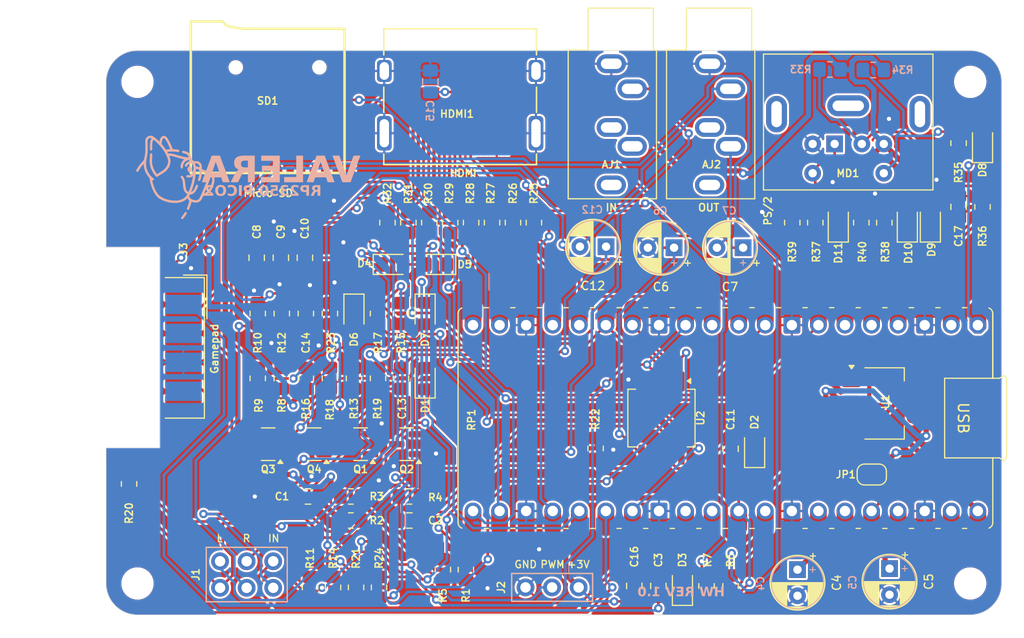
<source format=kicad_pcb>
(kicad_pcb (version 20240108) (generator "pcbnew") (generator_version "8.0")
  (title_block (title "Valera") (date "2025-01-08") (rev "1.0") (company "Mikhail Matveev") (comment 1 "https://github.com/xtremespb/valera"))
  (layers (0 "F.Cu" signal) (31 "B.Cu" signal) (34 "B.Paste" user) (35 "F.Paste" user) (36 "B.SilkS" user "B.Silkscreen") (37 "F.SilkS" user "F.Silkscreen") (38 "B.Mask" user) (39 "F.Mask" user) (44 "Edge.Cuts" user))
  (net 0 "")
  (net 1 "GND")
  (net 2 "+3V3")
  (net 3 "Net-(C2-Pad2)")
  (net 4 "/Tape Loader/LOAD_IN")
  (net 5 "/Gamepad/+5V")
  (net 6 "VBUS")
  (net 7 "Net-(Q3-C)")
  (net 8 "/Audio Out/R")
  (net 9 "/RIGHT_OUT")
  (net 10 "Net-(Q3-B)")
  (net 11 "Net-(D4-K)")
  (net 12 "Net-(U2-FLT)")
  (net 13 "/Audio Out/L")
  (net 14 "Net-(Q4-C)")
  (net 15 "/LEFT_OUT")
  (net 16 "Net-(Q4-B)")
  (net 17 "Net-(D6-K)")
  (net 18 "/HDMI/+5V")
  (net 19 "Net-(D1-K)")
  (net 20 "Net-(D1-A)")
  (net 21 "/JOY_PIN2")
  (net 22 "/JOY_PIN1")
  (net 23 "Net-(D4-A)")
  (net 24 "Net-(D5-K)")
  (net 25 "Net-(D6-A)")
  (net 26 "Net-(D7-K)")
  (net 27 "/MS_CLK_3V")
  (net 28 "/MS_DATA_3V")
  (net 29 "/KB_CLK_3V")
  (net 30 "/KB_DATA_3V")
  (net 31 "/AU_SCLK")
  (net 32 "/LOAD_IN")
  (net 33 "/LOAD_IN_D")
  (net 34 "/AU_LRCK")
  (net 35 "/PWM_EN")
  (net 36 "/Gamepad/J1_DATA")
  (net 37 "/Gamepad/J2_DATA")
  (net 38 "/JOY_PIN3")
  (net 39 "/JOY_PIN4")
  (net 40 "/SD_CLK")
  (net 41 "/SD_CS")
  (net 42 "/SD_MOSI")
  (net 43 "/SD_MISO")
  (net 44 "/PS2/PS{slash}2 CLK")
  (net 45 "/PS2/PS{slash}2 DATA")
  (net 46 "/3V3_EXT")
  (net 47 "Net-(Q1-B)")
  (net 48 "Net-(U2-A_RIGHT)")
  (net 49 "/AU_DATA")
  (net 50 "Net-(U2-A_LEFT)")
  (net 51 "/CLKN")
  (net 52 "/CLKP")
  (net 53 "/D0N")
  (net 54 "/D0P")
  (net 55 "/D1N")
  (net 56 "/D1P")
  (net 57 "/D2N")
  (net 58 "/D2P")
  (net 59 "/Pico2/RUN_1")
  (net 60 "/Pico2/GPIO23_1")
  (net 61 "/Pico2/GPIO28")
  (net 62 "/Pico2/GPIO8_1")
  (net 63 "/Pico2/GPIO29_1")
  (net 64 "/Pico2/5V_PICO_1")
  (net 70 "Net-(HDMI1-D1N)")
  (net 71 "Net-(HDMI1-D1P)")
  (net 73 "Net-(HDMI1-D0P)")
  (net 75 "Net-(HDMI1-D0N)")
  (net 77 "Net-(HDMI1-CLKP)")
  (net 78 "Net-(HDMI1-D2P)")
  (net 79 "Net-(HDMI1-CLKN)")
  (net 81 "Net-(HDMI1-D2N)")
  (net 86 "Net-(MD1-Pad2)")
  (net 87 "Net-(MD1-Pad6)")
  (net 91 "/Audio Out/+5VA")
  (footprint "LIBS:R_0805" (layer "F.Cu") (at 207.9 86.8625 90)
    (property "Reference" "R7")
    (property "Value" "1K")
  )
  (footprint "LIBS:C_Radial" (layer "F.Cu") (at 198.3 54.4 180)
    (property "Reference" "C12")
    (property "Value" "10u")
  )
  (footprint "LIBS:Jack_3.5mm" (layer "F.Cu") (at 208.2 36.9)
    (property "Reference" "AJ2")
    (property "Value" "Audio OUT")
  )
  (footprint "LIBS:C_0805" (layer "F.Cu") (at 164.9 55.4625 90)
    (property "Reference" "C8")
    (property "Value" "1u")
  )
  (footprint "LIBS:R_0805" (layer "F.Cu") (at 234.288 50.6 -90)
    (property "Reference" "R36")
    (property "Value" "100R")
  )
  (footprint "LIBS:D_0805" (layer "F.Cu") (at 181 60.8 -90)
    (property "Reference" "D7")
    (property "Value" "4148")
  )
  (footprint "LIBS:MountingHole_2.7" (layer "F.Cu") (at 233.113 38.633)
    (property "Reference" "H4" (hide yes))
    (property "Value" "MountingHole")
  )
  (footprint "LIBS:R_0805" (layer "F.Cu") (at 183.4 52.1 -90)
    (property "Reference" "R29")
    (property "Value" "270R")
  )
  (footprint "LIBS:C_Radial" (layer "F.Cu") (at 211.4 54.5 180)
    (property "Reference" "C7")
    (property "Value" "10u")
  )
  (footprint "LIBS:R_0805" (layer "F.Cu") (at 182.7 85.3 -90)
    (property "Reference" "R5")
    (property "Value" "100R")
  )
  (footprint "LIBS:D_0805" (layer "F.Cu") (at 205.6 86.8625 90)
    (property "Reference" "D3")
    (property "Value" "3V3")
  )
  (footprint "LIBS:R_0805" (layer "F.Cu") (at 165 67 -90)
    (property "Reference" "R9")
    (property "Value" "100K*")
  )
  (footprint "LIBS:SO_4x4" (layer "F.Cu") (at 203.595 70.8 -90)
    (property "Reference" "U2")
    (property "Value" "TDA1387T")
  )
  (footprint "LIBS:C_0805" (layer "F.Cu") (at 201 86.8625 -90)
    (property "Reference" "C16")
    (property "Value" "100n")
  )
  (footprint "LIBS:Jack_3.5mm" (layer "F.Cu") (at 198.8 36.9)
    (property "Reference" "AJ1")
    (property "Value" "Audio IN")
  )
  (footprint "LIBS:R_0805" (layer "F.Cu") (at 232 44.5 -90)
    (property "Reference" "R35")
    (property "Value" "100R")
  )
  (footprint "LIBS:Connector_Mini-DIN_Female_6Pin_2rows" (layer "F.Cu") (at 220.15 44.573 180)
    (property "Reference" "MD1")
    (property "Value" "Mini-DIN-6")
  )
  (footprint "LIBS:R_0805" (layer "F.Cu") (at 189.4 52.1 -90)
    (property "Reference" "R26")
    (property "Value" "270R")
  )
  (footprint "LIBS:R_0805" (layer "F.Cu") (at 170 87 -90)
    (property "Reference" "R11")
    (property "Value" "51R")
  )
  (footprint "LIBS:R_0805" (layer "F.Cu") (at 173.9 80.6)
    (property "Reference" "R2")
    (property "Value" "1K")
  )
  (footprint "LIBS:R_0805" (layer "F.Cu") (at 176.5 67 -90)
    (property "Reference" "C13")
    (property "Value" "1u")
  )
  (footprint "LIBS:C_0805" (layer "F.Cu") (at 232 50.6 90)
    (property "Reference" "C17")
    (property "Value" "10u")
  )
  (footprint "LIBS:D_0805" (layer "F.Cu") (at 229.3 52.1 90)
    (property "Reference" "D9")
    (property "Value" "3V3")
  )
  (footprint "LIBS:R_0805" (layer "F.Cu") (at 152.7 77.1 -90)
    (property "Reference" "R20")
    (property "Value" "20K")
  )
  (footprint "LIBS:R_0805" (layer "F.Cu") (at 171.9 67 -90)
    (property "Reference" "R18")
    (property "Value" "1K")
  )
  (footprint "LIBS:D_0805" (layer "F.Cu") (at 182.075 56.1 180)
    (property "Reference" "D5")
    (property "Value" "4148")
  )
  (footprint "Connector_Dsub:DSUB-9_Male_EdgeMount_P2.77mm" (layer "F.Cu") (at 157.9 64.083 -90)
    (property "Reference" "J3")
    (property "Value" "JOY-1")
  )
  (footprint "LIBS:R_0805" (layer "F.Cu") (at 176.5 60.8 -90)
    (property "Reference" "R17")
    (property "Value" "200R")
  )
  (footprint "LIBS:S_Jumper" (layer "F.Cu") (at 223.7 76.2)
    (property "Reference" "JP1")
    (property "Value" "Enable 3V3")
  )
  (footprint "LIBS:C_Radial" (layer "F.Cu") (at 225.4 85.2 -90)
    (property "Reference" "C5")
    (property "Value" "10u")
  )
  (footprint "LIBS:R_0805" (layer "F.Cu") (at 181.4 52.1 -90)
    (property "Reference" "R30")
    (property "Value" "270R")
  )
  (footprint "LIBS:R_0805" (layer "F.Cu") (at 216.1 52.1 -90)
    (property "Reference" "R39")
    (property "Value" "100R")
  )
  (footprint "LIBS:SOT-223-3_TabPin2" (layer "F.Cu") (at 224.9 69.4)
    (property "Reference" "U1")
    (property "Value" "AMS1117-3.3")
  )
  (footprint "LIBS:R_0805" (layer "F.Cu") (at 224.9 52.1 90)
    (property "Reference" "R38")
    (property "Value" "100R")
  )
  (footprint "LIBS:R_0805" (layer "F.Cu") (at 173.9 78.3 180)
    (property "Reference" "R3")
    (property "Value" "10K")
  )
  (footprint "LIBS:GCT-MEM2055-00-190-01-A" (layer "F.Cu") (at 165.95 48.55)
    (property "Reference" "SD1")
    (property "Value" "Micro_SD_Card")
  )
  (footprint "LIBS:Q_SOT-23" (layer "F.Cu") (at 179.2375 73.3 180)
    (property "Reference" "Q2")
    (property "Value" "BC850")
  )
  (footprint "LIBS:R_0805" (layer "F.Cu") (at 191.4 52.1 -90)
    (property "Reference" "R25")
    (property "Value" "270R")
  )
  (footprint "LIBS:R_0805" (layer "F.Cu") (at 179.4 52.1 -90)
    (property "Reference" "R31")
    (property "Value" "270R")
  )
  (footprint "LIBS:Raspberry_Pi_Pico_SMT_THT_MOD_2" (layer "F.Cu") (at 233.84 61.91 -90)
    (property "Reference" "RP1")
    (property "Value" "Pico 2")
  )
  (footprint "LIBS:D_0805" (layer "F.Cu") (at 177.9 56.1)
    (property "Reference" "D4")
    (property "Value" "4148")
  )
  (footprint "LIBS:R_0805" (layer "F.Cu") (at 210.2 86.8625 90)
    (property "Reference" "R6")
    (property "Value" "1K")
  )
  (footprint "LIBS:R_0805" (layer "F.Cu") (at 197.3 73.7 90)
    (property "Reference" "R22")
    (property "Value" "1K")
  )
  (footprint "LIBS:R_0805" (layer "F.Cu") (at 178.7 60.8 -90)
    (property "Reference" "R15")
    (property "Value" "200R")
  )
  (footprint "LIBS:R_0805" (layer "F.Cu") (at 187.4 52.1 -90)
    (property "Reference" "R27")
    (property "Value" "270R")
  )
  (footprint "LIBS:D_0805" (layer "F.Cu") (at 181 67.025 90)
    (property "Reference" "D1")
    (property "Value" "4148")
  )
  (footprint "LIBS:R_0805" (layer "F.Cu") (at 178.7 67 90)
    (property "Reference" "R19")
    (property "Value" "100K*")
  )
  (footprint "LIBS:R_0805" (layer "F.Cu") (at 174.4 87 90)
    (property "Reference" "R21")
    (property "Value" "51R")
  )
  (footprint "LIBS:R_0805" (layer "F.Cu") (at 218.3 52.1 90)
    (property "Reference" "R37")
    (property "Value" "1K")
  )
  (footprint "LIBS:C_0805" (layer "F.Cu") (at 179.5 80.6 180)
    (property "Reference" "C2")
    (property "Value" "100n")
  )
  (footprint "LIBS:D_0805" (layer "F.Cu") (at 174.2 60.8 -90)
    (property "Reference" "D6")
    (property "Value" "4148")
  )
  (footprint "LIBS:R_0805" (layer "F.Cu") (at 185.4 52.1 -90)
    (property "Reference" "R28")
    (property "Value" "270R")
  )
  (footprint "LIBS:R_0805" (layer "F.Cu") (at 165 60.8 -90)
    (property "Reference" "R10")
    (property "Value" "20K")
  )
  (footprint "LIBS:R_0805" (layer "F.Cu") (at 177.4 52.1 -90)
    (property "Reference" "R32")
    (property "Value" "270R")
  )
  (footprint "LIBS:HDMI" (layer "F.Cu") (at 184.35 43.55 180)
    (property "Reference" "HDMI1")
    (property "Value" "HDMI")
  )
  (footprint "LIBS:C_Radial" (layer "F.Cu") (at 216.6 85.3 -90)
    (property "Reference" "C4")
    (property "Value" "10u")
  )
  (footprint "LIBS:C_0805" (layer "F.Cu") (at 210.2 73.7375 -90)
    (property "Reference" "C11")
    (property "Value" "1u")
  )
  (footprint "LIBS:R_0805" (layer "F.Cu") (at 169.6 60.8 -90)
    (property "Reference" "C14")
    (property "Value" "100n")
  )
  (footprint "LIBS:C_0805" (layer "F.Cu") (at 169.8 78.3 180)
    (property "Reference" "C1")
    (property "Value" "100n")
  )
  (footprint "LIBS:C_Radial" (layer "F.Cu") (at 204.8 54.5 180)
    (property "Reference" "C6")
    (property "Value" "10u")
  )
  (footprint "LIBS:PinHeader_1x03" (layer "F.Cu") (at 190.6 87 90)
    (property "Reference" "J2")
    (property "Value" "PWM Jumper")
  )
  (footprint "LIBS:D_0805" (layer "F.Cu") (at 227.1 52.1 90)
    (property "Reference" "D10")
    (property "Value" "3V3")
  )
  (footprint "LIBS:D_0805" (layer "F.Cu") (at 212.5 73.675 90)
    (property "Reference" "D2")
    (property "Value" "3V3")
  )
  (footprint "LIBS:MountingHole_2.7" (layer "F.Cu") (at 153.505 86.625)
    (property "Reference" "H2" (hide yes))
    (property "Value" "MountingHole")
  )
  (footprint "LIBS:R_0805" (layer "F.Cu") (at 184.9 85.3 90)
    (property "Reference" "R1")
    (property "Value" "10K")
  )
  (footprint "LIBS:C_0805" (layer "F.Cu") (at 169.51 55.4625 90)
    (property "Reference" "C10")
    (property "Value" "100n")
  )
  (footprint "LIBS:C_0805" (layer "F.Cu") (at 167.21 55.4625 90)
    (property "Reference" "C9")
    (property "Value" "100n")
  )
  (footprint "LIBS:PinHeader_2x03" (layer "F.Cu") (at 161.4 87.04 90)
    (property "Reference" "J1")
    (property "Value" "Audio Jumpers")
  )
  (footprint "LIBS:D_0805" (layer "F.Cu") (at 220.5 52.1 90)
    (property "Reference" "D11")
    (property "Value" "3V3")
  )
  (footprint "LIBS:Q_SOT-23" (layer "F.Cu") (at 170.4 73.3 180)
    (property "Reference" "Q4")
    (property "Value" "BC850")
  )
  (footprint "LIBS:R_0805" (layer "F.Cu") (at 172.2 87 -90)
    (property "Reference" "R14")
    (property "Value" "200R")
  )
  (footprint "LIBS:MountingHole_2.7" (layer "F.Cu") (at 153.505 38.633)
    (property "Reference" "H1" (hide yes))
    (property "Value" "MountingHole")
  )
  (footprint "LIBS:Q_SOT-23" (layer "F.Cu") (at 174.8375 73.3 180)
    (property "Reference" "Q1")
    (property "Value" "BC850")
  )
  (footprint "LIBS:R_0805" (layer "F.Cu") (at 167.3 67 -90)
    (property "Reference" "R8")
    (property "Value" "1K")
  )
  (footprint "LIBS:R_0805" (layer "F.Cu") (at 176.6 87 90)
    (property "Reference" "R24")
    (property "Value" "200R")
  )
  (footprint "LIBS:R_0805" (layer "F.Cu") (at 222.7 52.1 90)
    (property "Reference" "R40")
    (property "Value" "1k")
  )
  (footprint "LIBS:R_0805" (layer "F.Cu") (at 174.2 67 -90)
    (property "Reference" "R13")
    (property "Value" "100R")
  )
  (footprint "LIBS:R_0805" (layer "F.Cu") (at 171.9 60.8 90)
    (property "Reference" "R23")
    (property "Value" "100")
  )
  (footprint "LIBS:R_0805" (layer "F.Cu") (at 167.3 60.8 -90)
    (property "Reference" "R12")
    (property "Value" "1K")
  )
  (footprint "LIBS:R_0805" (layer "F.Cu") (at 169.6 67 -90)
    (property "Reference" "R16")
    (property "Value" "10R")
  )
  (footprint "LIBS:C_0805" (layer "F.Cu") (at 203.3 86.8625 90)
    (property "Reference" "C3")
    (property "Value" "0.1u")
  )
  (footprint "LIBS:R_0805" (layer "F.Cu") (at 179.5 78.3)
    (property "Reference" "R4")
    (property "Value" "10K")
  )
  (footprint "LIBS:Q_SOT-23" (layer "F.Cu") (at 166 73.3 180)
    (property "Reference" "Q3")
    (property "Value" "BC850")
  )
  (footprint "LIBS:MountingHole_2.7" (layer "F.Cu") (at 233.113 86.625)
    (property "Reference" "H3" (hide yes))
    (property "Value" "MountingHole")
  )
  (footprint "LIBS:D_0805" (layer "F.Cu") (at 234.288 44.5 90)
    (property "Reference" "D8")
    (property "Value" "3V3")
  )
  (footprint "LIBS:R_0805" (layer "B.Cu") (at 223.85 37.5 180)
    (property "Reference" "R34")
    (property "Value" "1K")
  )
  (footprint "LIBS:C_0805" (layer "B.Cu") (at 181.5 38.6 90)
    (property "Reference" "C15")
    (property "Value" "100n")
  )
  (footprint "LIBS:valera" (layer "B.Cu") (at 157.126 47.77645 180)
    (property "Reference" "G***" (hide yes))
    (property "Value" "LOGO" (hide yes))
  )
  (footprint "LIBS:R_0805" (layer "B.Cu") (at 219.7 37.45 180)
    (property "Reference" "R33")
    (property "Value" "1K")
  )
  (gr_arc (start 233.108 35.641) (mid 235.22932 36.51968) (end 236.108 38.641) (stroke (width 0.05)) (layer "Edge.Cuts"))
  (gr_line (start 153.508 35.641) (end 233.108 35.641) (stroke (width 0.05)) (layer "Edge.Cuts"))
  (gr_line (start 155.64 54.449998) (end 150.508 54.449998) (stroke (width 0.05)) (layer "Edge.Cuts"))
  (gr_line (start 155.64 73.650001) (end 150.508 73.649998) (stroke (width 0.05)) (layer "Edge.Cuts"))
  (gr_arc (start 153.508 89.621) (mid 151.38668 88.74232) (end 150.508 86.621) (stroke (width 0.05)) (layer "Edge.Cuts"))
  (gr_line (start 155.64 54.449998) (end 155.64 73.650001) (stroke (width 0.05)) (layer "Edge.Cuts"))
  (gr_line (start 153.508 89.621) (end 233.108 89.621) (stroke (width 0.05)) (layer "Edge.Cuts"))
  (gr_arc (start 236.108 86.621) (mid 235.22932 88.74232) (end 233.108 89.621) (stroke (width 0.05)) (layer "Edge.Cuts"))
  (gr_line (start 236.108 38.641) (end 236.108 86.621) (stroke (width 0.05)) (layer "Edge.Cuts"))
  (gr_arc (start 150.508 38.641) (mid 151.38668 36.51968) (end 153.508 35.641) (stroke (width 0.05)) (layer "Edge.Cuts"))
  (gr_line (start 150.508 73.649998) (end 150.508 86.621) (stroke (width 0.05)) (layer "Edge.Cuts"))
  (gr_line (start 150.508 38.641) (end 150.508 54.449998) (stroke (width 0.05)) (layer "Edge.Cuts"))
  (gr_text "VALERA" (at 174.835 48.665 0) (layer "B.SilkS") (effects (font (size 2.5 2.5) (thickness 0.5) (bold yes)) (justify left bottom mirror)))
  (gr_text "HW REV 1.0" (at 205.476 88.002 0) (layer "B.SilkS") (effects (font (size 0.9 0.9) (thickness 0.225) (bold yes)) (justify bottom mirror)))
  (gr_text "RP2350 PICO2" (at 171.111 49.704 0) (layer "B.SilkS") (effects (font (size 1 1) (thickness 0.25) (bold yes)) (justify left bottom mirror)))
  (gr_text "Gamepad" (at 160.872 64.169 90) (layer "F.SilkS") (effects (font (size 0.7 0.7) (thickness 0.14) (bold yes))))
  (gr_text "Micro SD" (at 166.009 49.278 0) (layer "F.SilkS") (effects (font (size 0.7 0.7) (thickness 0.14) (bold yes))))
  (gr_text "HDMI" (at 184.633 47.371 0) (layer "F.SilkS") (effects (font (size 0.7 0.7) (thickness 0.14) (bold yes))))
  (gr_text "+3V" (at 195.667 84.803 0) (layer "F.SilkS") (effects (font (size 0.7 0.7) (thickness 0.12) (bold yes))))
  (gr_text "PWM" (at 193.184 84.803 0) (layer "F.SilkS") (effects (font (size 0.7 0.7) (thickness 0.12) (bold yes))))
  (gr_text "OUT" (at 208.112 50.662 0) (layer "F.SilkS") (effects (font (size 0.7 0.7) (thickness 0.14) (bold yes))))
  (gr_text "IN" (at 166.529 82.316 0) (layer "F.SilkS") (effects (font (size 0.7 0.7) (thickness 0.12) (bold yes))))
  (gr_text "PS/2" (at 213.764 49.502 90) (layer "F.SilkS") (effects (font (size 0.7 0.7) (thickness 0.14) (bold yes)) (justify right)))
  (gr_text "L" (at 161.362 82.316 0) (layer "F.SilkS") (effects (font (size 0.7 0.7) (thickness 0.12) (bold yes))))
  (gr_text "IN" (at 198.806 50.662 0) (layer "F.SilkS") (effects (font (size 0.7 0.7) (thickness 0.14) (bold yes))))
  (gr_text "GND" (at 190.614 84.803 0) (layer "F.SilkS") (effects (font (size 0.7 0.7) (thickness 0.12) (bold yes))))
  (gr_text "R" (at 163.927 82.316 0) (layer "F.SilkS") (effects (font (size 0.7 0.7) (thickness 0.12) (bold yes))))
  (via (at 158.623 56.456) (size 0.8) (drill 0.4) (layers "F.Cu" "B.Cu") (net 1))
  (via (at 176.847 71.313) (size 0.8) (drill 0.4) (layers "F.Cu" "B.Cu") (net 1))
  (via (at 225.345 42.175) (size 0.8) (drill 0.4) (layers "F.Cu" "B.Cu") (net 1))
  (via (at 172.343 57.822) (size 0.8) (drill 0.4) (layers "F.Cu" "B.Cu") (net 1))
  (via (at 166.533 51.996) (size 0.8) (drill 0.4) (layers "F.Cu" "B.Cu") (net 1))
  (via (at 213.21 51.078) (size 0.8) (drill 0.4) (layers "F.Cu" "B.Cu") (net 1))
  (via (at 170.146 76.379) (size 0.8) (drill 0.4) (layers "F.Cu" "B.Cu") (net 1))
  (via (at 224.011 49.321) (size 0.8) (drill 0.4) (layers "F.Cu" "B.Cu") (net 1))
  (via (at 200.44 67.112) (size 0.8) (drill 0.4) (layers "F.Cu" "B.Cu") (net 1))
  (via (at 172.283546 50.006) (size 0.8) (drill 0.4) (layers "F.Cu" "B.Cu") (net 1))
  (via (at 191.899 83.352) (size 0.8) (drill 0.4) (layers "F.Cu" "B.Cu") (net 1))
  (via (at 170.827 63.854) (size 0.8) (drill 0.4) (layers "F.Cu" "B.Cu") (net 1))
  (via (at 176.576 76.762) (size 0.8) (drill 0.4) (layers "F.Cu" "B.Cu") (net 1))
  (via (at 166.309 63.62) (size 0.8) (drill 0.4) (layers "F.Cu" "B.Cu") (net 1))
  (via (at 164.72 78.304) (size 0.8) (drill 0.4) (layers "F.Cu" "B.Cu") (net 1))
  (via (at 167.087 58) (size 0.8) (drill 0.4) (layers "F.Cu" "B.Cu") (net 1))
  (via (at 168.509 52.899) (size 0.8) (drill 0.4) (layers "F.Cu" "B.Cu") (net 1))
  (via (at 173.192 53.989) (size 0.8) (drill 0.4) (layers "F.Cu" "B.Cu") (net 1))
  (via (at 178.005 75.403) (size 0.8) (drill 0.4) (layers "F.Cu" "B.Cu") (net 1))
  (via (at 169.99 58.082) (size 0.8) (drill 0.4) (layers "F.Cu" "B.Cu") (net 1))
  (via (at 182.041 74.196) (size 0.8) (drill 0.4) (layers "F.Cu" "B.Cu") (net 1))
  (via (at 186.968 87.083) (size 0.8) (drill 0.4) (layers "F.Cu" "B.Cu") (net 1))
  (via (at 229.886 47.999) (size 0.8) (drill 0.4) (layers "F.Cu" "B.Cu") (net 1))
  (via (at 164.6426 58.6) (size 0.8) (drill 0.4) (layers "F.Cu" "B.Cu") (net 1))
  (via (at 219.965 48.222) (size 0.8) (drill 0.4) (layers "F.Cu" "B.Cu") (net 1))
  (via (at 198.991 73.825) (size 0.8) (drill 0.4) (layers "F.Cu" "B.Cu") (net 1))
  (segment (start 228.25 69.6) (end 228.156446 69.6) (width 0.5) (layer "F.Cu") (net 2))
  (segment (start 167 47.75) (end 167 46.8) (width 0.5) (layer "F.Cu") (net 2))
  (segment (start 223.661531 74.995) (end 223.05 75.606531) (width 0.5) (layer "F.Cu") (net 2))
  (segment (start 163.102 64.915172) (end 163.102 73.702) (width 0.5) (layer "F.Cu") (net 2))
  (segment (start 210.422233 82.54) (end 209.69 81.807767) (width 0.5) (layer "F.Cu") (net 2))
  (segment (start 224.97 77.186009) (end 225.310091 76.845918) (width 0.5) (layer "F.Cu") (net 2))
  (segment (start 172 77.1375) (end 170.8375 78.3) (width 0.5) (layer "F.Cu") (net 2))
  (segment (start 223.05 75.606531) (end 223.05 76.2) (width 0.5) (layer "F.Cu") (net 2))
  (segment (start 219.3 72.102233) (end 212.23 79.172233) (width 0.5) (layer "F.Cu") (net 2))
  (segment (start 200.558 88.342) (end 201 87.9) (width 0.254) (layer "F.Cu") (net 2))
  (segment (start 186.202082 86.3) (end 184.9 86.3) (width 0.5) (layer "F.Cu") (net 2))
  (segment (start 162.9 46.5) (end 162.9 49) (width 0.5) (layer "F.Cu") (net 2))
  (segment (start 195.68 87) (end 193.164 84.484) (width 0.5) (layer "F.Cu") (net 2))
  (segment (start 224.751009 74.995) (end 223.661531 74.995) (width 0.5) (layer "F.Cu") (net 2))
  (segment (start 225.310091 76.845918) (end 225.310091 75.554082) (width 0.5) (layer "F.Cu") (net 2))
  (segment (start 228.9 72.5) (end 228.9 70.25) (width 0.5) (layer "F.Cu") (net 2))
  (segment (start 209.69 81.807767) (end 209.69 79.172233) (width 0.5) (layer "F.Cu") (net 2))
  (segment (start 225.310091 75.554082) (end 225.310091 74.789909) (width 0.5) (layer "F.Cu") (net 2))
  (segment (start 219.3 68.2) (end 219.656446 68.2) (width 0.5) (layer "F.Cu") (net 2))
  (segment (start 211.497767 82.54) (end 210.422233 82.54) (width 0.5) (layer "F.Cu") (net 2))
  (segment (start 228.9 70.25) (end 228.25 69.6) (width 0.5) (layer "F.Cu") (net 2))
  (segment (start 163.102 73.702) (end 165.6 76.2) (width 0.5) (layer "F.Cu") (net 2))
  (segment (start 184.9 86.3) (end 183.9 85.3) (width 0.4) (layer "F.Cu") (net 2))
  (segment (start 209.69 79.172233) (end 208.957767 78.44) (width 0.5) (layer "F.Cu") (net 2))
  (segment (start 166.7 46.5) (end 162.9 46.5) (width 0.5) (layer "F.Cu") (net 2))
  (segment (start 225.4 85.2) (end 224.97 84.77) (width 0.5) (layer "F.Cu") (net 2))
  (segment (start 165.6 76.2) (end 168.4 76.2) (width 0.5) (layer "F.Cu") (net 2))
  (segment (start 208.957767 78.44) (end 195.222233 78.44) (width 0.5) (layer "F.Cu") (net 2))
  (segment (start 199.076 88.342) (end 200.558 88.342) (width 0.254) (layer "F.Cu") (net 2))
  (segment (start 170.8375 78.5375) (end 172.9 80.6) (width 0.5) (layer "F.Cu") (net 2))
  (segment (start 162.9 49) (end 161.9002 49.9998) (width 0.5) (layer "F.Cu") (net 2))
  (segment (start 224.97 84.77) (end 224.97 77.186009) (width 0.5) (layer "F.Cu") (net 2))
  (segment (start 181.072834 84.399) (end 180.425166 84.399) (width 0.4) (layer "F.Cu") (net 2))
  (segment (start 170.8375 78.3) (end 170.8375 78.5375) (width 0.5) (layer "F.Cu") (net 2))
  (segment (start 174 79.5) (end 172.9 80.6) (width 0.4) (layer "F.Cu") (net 2))
  (segment (start 181.973834 85.3) (end 181.072834 84.399) (width 0.4) (layer "F.Cu") (net 2))
  (segment (start 175.526166 79.5) (end 174 79.5) (width 0.4) (layer "F.Cu") (net 2))
  (segment (start 212.23 81.807767) (end 211.497767 82.54) (width 0.5) (layer "F.Cu") (net 2))
  (segment (start 188.018082 84.484) (end 186.202082 86.3) (width 0.5) (layer "F.Cu") (net 2))
  (segment (start 180.425166 84.399) (end 175.526166 79.5) (width 0.4) (layer "F.Cu") (net 2))
  (segment (start 194.45 85.77) (end 195.68 87) (width 0.5) (layer "F.Cu") (net 2))
  (segment (start 161.9002 63.713372) (end 163.102 64.915172) (width 0.5) (layer "F.Cu") (net 2))
  (segment (start 219.3 68.2) (end 219.3 72.102233) (width 0.5) (layer "F.Cu") (net 2))
  (segment (start 225.310091 75.554082) (end 224.751009 74.995) (width 0.5) (layer "F.Cu") (net 2))
  (segment (start 219.656446 68.2) (end 221.056446 69.6) (width 0.5) (layer "F.Cu") (net 2))
  (segment (start 225.310091 74.789909) (end 226 74.1) (width 0.5) (layer "F.Cu") (net 2))
  (segment (start 195.222233 78.44) (end 194.45 79.212233) (width 0.5) (layer "F.Cu") (net 2))
  (segment (start 193.164 84.484) (end 188.018082 84.484) (width 0.5) (layer "F.Cu") (net 2))
  (segment (start 212.23 79.172233) (end 212.23 81.807767) (width 0.5) (layer "F.Cu") (net 2))
  (segment (start 161.9002 49.9998) (end 161.9002 63.713372) (width 0.5) (layer "F.Cu") (net 2))
  (segment (start 167 46.8) (end 166.7 46.5) (width 0.5) (layer "F.Cu") (net 2))
  (segment (start 194.45 79.212233) (end 194.45 85.77) (width 0.5) (layer "F.Cu") (net 2))
  (segment (start 183.9 85.3) (end 181.973834 85.3) (width 0.4) (layer "F.Cu") (net 2))
  (segment (start 172 76.4) (end 172 77.1375) (width 0.5) (layer "F.Cu") (net 2))
  (via (at 168.4 76.2) (size 0.8) (drill 0.4) (layers "F.Cu" "B.Cu") (net 2))
  (via (at 172 76.4) (size 0.8) (drill 0.4) (layers "F.Cu" "B.Cu") (net 2))
  (via (at 219.3 68.2) (size 0.8) (drill 0.4) (layers "F.Cu" "B.Cu") (net 2))
  (via (at 228.9 72.5) (size 0.8) (drill 0.4) (layers "F.Cu" "B.Cu") (net 2))
  (via (at 199.076 88.342) (size 0.8) (drill 0.4) (layers "F.Cu" "B.Cu") (net 2))
  (via (at 226 74.1) (size 0.8) (drill 0.4) (layers "F.Cu" "B.Cu") (net 2))
  (segment (start 171.022 77.378) (end 172 76.4) (width 0.5) (layer "B.Cu") (net 2))
  (segment (start 169.578 77.378) (end 171.022 77.378) (width 0.5) (layer "B.Cu") (net 2))
  (segment (start 195.68 87) (end 197.022 88.342) (width 0.254) (layer "B.Cu") (net 2))
  (segment (start 168.4 76.2) (end 169.578 77.378) (width 0.5) (layer "B.Cu") (net 2))
  (segment (start 226 74.1) (end 227.3 74.1) (width 0.5) (layer "B.Cu") (net 2))
  (segment (start 228.9 72.5) (end 228.1 72.5) (width 0.5) (layer "B.Cu") (net 2))
  (segment (start 228.1 72.5) (end 223.8 68.2) (width 0.5) (layer "B.Cu") (net 2))
  (segment (start 227.3 74.1) (end 228.9 72.5) (width 0.5) (layer "B.Cu") (net 2))
  (segment (start 223.8 68.2) (end 219.3 68.2) (width 0.5) (layer "B.Cu") (net 2))
  (segment (start 197.022 88.342) (end 199.076 88.342) (width 0.254) (layer "B.Cu") (net 2))
  (segment (start 178.5 80.5625) (end 178.5 78.3) (width 0.25) (layer "F.Cu") (net 3))
  (segment (start 178.4625 80.6) (end 178.5 80.5625) (width 0.25) (layer "F.Cu") (net 3))
  (segment (start 200.8 39.3) (end 202.5267 39.3) (width 0.25) (layer "F.Cu") (net 4))
  (segment (start 182.7 82.7625) (end 182.7 84.3) (width 0.25) (layer "F.Cu") (net 4))
  (segment (start 202.5267 39.892) (end 206.1974 43.5627) (width 0.25) (layer "F.Cu") (net 4))
  (segment (start 202.5267 39.3) (end 202.5267 39.892) (width 0.25) (layer "F.Cu") (net 4))
  (segment (start 188.6141 74.033) (end 194.9561 74.033) (width 0.25) (layer "F.Cu") (net 4))
  (segment (start 182.8601 79.787) (end 188.6141 74.033) (width 0.25) (layer "F.Cu") (net 4))
  (segment (start 180.5375 80.6) (end 182.7 82.7625) (width 0.25) (layer "F.Cu") (net 4))
  (segment (start 181.3505 79.787) (end 182.8601 79.787) (width 0.25) (layer "F.Cu") (net 4))
  (segment (start 180.5375 80.6) (end 181.3505 79.787) (width 0.25) (layer "F.Cu") (net 4))
  (via (at 194.9561 74.033) (size 0.8) (drill 0.4) (layers "F.Cu" "B.Cu") (net 4))
  (via (at 206.1974 43.5627) (size 0.8) (drill 0.4) (layers "F.Cu" "B.Cu") (net 4))
  (segment (start 206.1974 44.638996) (end 206.1974 43.5627) (width 0.25) (layer "B.Cu") (net 4))
  (segment (start 194.9561 67.6092) (end 196.9375 65.6278) (width 0.25) (layer "B.Cu") (net 4))
  (segment (start 194.9561 74.033) (end 194.9561 67.6092) (width 0.25) (layer "B.Cu") (net 4))
  (segment (start 199.4267 51.409696) (end 206.1974 44.638996) (width 0.25) (layer "B.Cu") (net 4))
  (segment (start 196.9375 65.6278) (end 196.9375 60.7125) (width 0.25) (layer "B.Cu") (net 4))
  (segment (start 196.9375 60.7125) (end 199.4267 58.2233) (width 0.25) (layer "B.Cu") (net 4))
  (segment (start 199.4267 58.2233) (end 199.4267 51.409696) (width 0.25) (layer "B.Cu") (net 4))
  (segment (start 203.3 89) (end 203.3 87.9) (width 0.25) (layer "F.Cu") (net 5))
  (via (at 203.3 89) (size 0.8) (drill 0.4) (layers "F.Cu" "B.Cu") (net 5))
  (segment (start 203.1 89.2) (end 203.3 89) (width 0.25) (layer "B.Cu") (net 5))
  (segment (start 161.244004 89.2) (end 203.1 89.2) (width 0.25) (layer "B.Cu") (net 5))
  (segment (start 161.773 63.257667) (end 161.773 70.506) (width 0.25) (layer "B.Cu") (net 5))
  (segment (start 156.0315 83.987496) (end 161.244004 89.2) (width 0.25) (layer "B.Cu") (net 5))
  (segment (start 161.773 70.506) (end 156.0315 76.2475) (width 0.25) (layer "B.Cu") (net 5))
  (segment (start 158.0965 59.928) (end 158.443333 59.928) (width 0.25) (layer "B.Cu") (net 5))
  (segment (start 158.443333 59.928) (end 161.773 63.257667) (width 0.25) (layer "B.Cu") (net 5))
  (segment (start 156.0315 76.2475) (end 156.0315 83.987496) (width 0.25) (layer "B.Cu") (net 5))
  (segment (start 224.792844 70.6) (end 222.85 70.6) (width 0.4) (layer "F.Cu") (net 6))
  (segment (start 160.35 54.8) (end 160.35 54.95) (width 0.5) (layer "F.Cu") (net 6))
  (segment (start 218.3 53.1) (end 217.3 52.1) (width 0.4) (layer "F.Cu") (net 6))
  (segment (start 225.96 69.432844) (end 224.792844 70.6) (width 0.4) (layer "F.Cu") (net 6))
  (segment (start 222.337438 53.1) (end 222.7 53.1) (width 0.4) (layer "F.Cu") (net 6))
  (segment (start 168.4 69.2) (end 169.6 68) (width 0.5) (layer "F.Cu") (net 6))
  (segment (start 205.559188 47.15) (end 194.499188 36.09) (width 0.5) (layer "F.Cu") (net 6))
  (segment (start 221.387438 52.15) (end 222.337438 53.1) (width 0.4) (layer "F.Cu") (net 6))
  (segment (start 214.4 46.455233) (end 214.4 52) (width 0.5) (layer "F.Cu") (net 6))
  (segment (start 219.85 73.6) (end 219.85 82.05) (width 0.5) (layer "F.Cu") (net 6))
  (segment (start 225.96 67.167156) (end 225.96 69.432844) (width 0.4) (layer "F.Cu") (net 6))
  (segment (start 211.4 47.4) (end 211.15 47.15) (width 0.5) (layer "F.Cu") (net 6))
  (segment (start 219.25 52.15) (end 221.387438 52.15) (width 0.4) (layer "F.Cu") (net 6))
  (segment (start 235.5 51.085834) (end 235.5 61.961202) (width 0.4) (layer "F.Cu") (net 6))
  (segment (start 223.6 45.823) (end 221.4 45.823) (width 0.5) (layer "F.Cu") (net 6))
  (segment (start 224.85 44.573) (end 223.6 45.823) (width 0.5) (layer "F.Cu") (net 6))
  (segment (start 232 51.6375) (end 233.0375 50.6) (width 0.4) (layer "F.Cu") (net 6))
  (segment (start 222.85 70.6) (end 221.75 71.7) (width 0.4) (layer "F.Cu") (net 6))
  (segment (start 221.75 71.7) (end 219.85 73.6) (width 0.5) (layer "F.Cu") (net 6))
  (segment (start 159.517 53.967) (end 160.35 54.8) (width 0.5) (layer "F.Cu") (net 6))
  (segment (start 217.532233 43.323) (end 214.4 46.455233) (width 0.5) (layer "F.Cu") (net 6))
  (segment (start 221.4 45.823) (end 221.4 43.323) (width 0.5) (layer "F.Cu") (net 6))
  (segment (start 219.85 82.05) (end 216.6 85.3) (width 0.5) (layer "F.Cu") (net 6))
  (segment (start 168.4 69.6) (end 168.4 69.2) (width 0.5) (layer "F.Cu") (net 6))
  (segment (start 214.5 52.1) (end 214.4 52) (width 0.4) (layer "F.Cu") (net 6))
  (segment (start 218.3 53.1) (end 219.25 52.15) (width 0.4) (layer "F.Cu") (net 6))
  (segment (start 225.85 71.7) (end 221.75 71.7) (width 0.5) (layer "F.Cu") (net 6))
  (segment (start 235.5 61.961202) (end 229.45 68.011202) (width 0.4) (layer "F.Cu") (net 6))
  (segment (start 170.716497 36.09) (end 160.35 46.456497) (width 0.5) (layer "F.Cu") (net 6))
  (segment (start 217.3 52.1) (end 214.5 52.1) (width 0.4) (layer "F.Cu") (net 6))
  (segment (start 231.9145 51.6375) (end 232 51.6375) (width 0.5) (layer "F.Cu") (net 6))
  (segment (start 233.0375 50.6) (end 235.014166 50.6) (width 0.4) (layer "F.Cu") (net 6))
  (segment (start 229.45 67.619936) (end 228.880064 67.05) (width 0.4) (layer "F.Cu") (net 6))
  (segment (start 224.85 44.573) (end 231.9145 51.6375) (width 0.5) (layer "F.Cu") (net 6))
  (segment (start 160.35 46.456497) (end 160.35 48.3) (width 0.5) (layer "F.Cu") (net 6))
  (segment (start 229.45 68.011202) (end 229.45 67.619936) (width 0.4) (layer "F.Cu") (net 6))
  (segment (start 226.077156 67.05) (end 225.96 67.167156) (width 0.4) (layer "F.Cu") (net 6))
  (segment (start 233.84 79.69) (end 225.85 71.7) (width 0.5) (layer "F.Cu") (net 6))
  (segment (start 235.014166 50.6) (end 235.5 51.085834) (width 0.4) (layer "F.Cu") (net 6))
  (segment (start 194.499188 36.09) (end 170.716497 36.09) (width 0.5) (layer "F.Cu") (net 6))
  (segment (start 159.517 49.133) (end 159.517 53.967) (width 0.5) (layer "F.Cu") (net 6))
  (segment (start 160.35 48.3) (end 159.517 49.133) (width 0.5) (layer "F.Cu") (net 6))
  (segment (start 228.880064 67.05) (end 226.077156 67.05) (width 0.4) (layer "F.Cu") (net 6))
  (segment (start 211.15 47.15) (end 205.559188 47.15) (width 0.5) (layer "F.Cu") (net 6))
  (segment (start 221.4 43.323) (end 217.532233 43.323) (width 0.5) (layer "F.Cu") (net 6))
  (via (at 211.4 47.4) (size 0.8) (drill 0.4) (layers "F.Cu" "B.Cu") (net 6))
  (via (at 160.35 54.8) (size 0.8) (drill 0.4) (layers "F.Cu" "B.Cu") (net 6))
  (via (at 168.4 69.6) (size 0.8) (drill 0.4) (layers "F.Cu" "B.Cu") (net 6))
  (segment (start 223.7 36.35) (end 222.203122 36.35) (width 0.5) (layer "B.Cu") (net 6))
  (segment (start 162.569982 60.153) (end 164.0535 61.636518) (width 0.5) (layer "B.Cu") (net 6))
  (segment (start 164.0535 63.8565) (end 167.5573 67.3603) (width 0.5) (layer "B.Cu") (net 6))
  (segment (start 221.8 37.7) (end 221.8 38.246878) (width 0.5) (layer "B.Cu") (net 6))
  (segment (start 219.55 36.3) (end 218.053122 36.3) (width 0.5) (layer "B.Cu") (net 6))
  (segment (start 221.8 36.753122) (end 221.8 37.7) (width 0.5) (layer "B.Cu") (net 6))
  (segment (start 223.844 41.57961) (end 223.844 43.567) (width 0.5) (layer "B.Cu") (net 6))
  (segment (start 217.65 36.703122) (end 217.65 41.85) (width 0.5) (layer "B.Cu") (net 6))
  (segment (start 217.65 41.85) (end 212.1 47.4) (width 0.5) (layer "B.Cu") (net 6))
  (segment (start 224.85 37.5) (end 223.7 36.35) (width 0.5) (layer "B.Cu") (net 6))
  (segment (start 222.203122 36.35) (end 221.8 36.753122) (width 0.5) (layer "B.Cu") (net 6))
  (segment (start 221.8 37.7) (end 221.55 37.45) (width 0.5) (layer "B.Cu") (net 6))
  (segment (start 223.9 41.52361) (end 223.844 41.57961) (width 0.5) (layer "B.Cu") (net 6))
  (segment (start 223.9 39.363172) (end 223.9 41.52361) (width 0.5) (layer "B.Cu") (net 6))
  (segment (start 160.35 54.8) (end 160.35 60.153) (width 0.5) (layer "B.Cu") (net 6))
  (segment (start 221.55 37.45) (end 220.7 37.45) (width 0.5) (layer "B.Cu") (net 6))
  (segment (start 222.203122 38.65) (end 223.186828 38.65) (width 0.5) (layer "B.Cu") (net 6))
  (segment (start 223.844 43.567) (end 224.85 44.573) (width 0.5) (layer "B.Cu") (net 6))
  (segment (start 223.186828 38.65) (end 223.9 39.363172) (width 0.5) (layer "B.Cu") (net 6))
  (segment (start 212.1 47.4) (end 211.4 47.4) (width 0.5) (layer "B.Cu") (net 6))
  (segment (start 221.8 38.246878) (end 222.203122 38.65) (width 0.5) (layer "B.Cu") (net 6))
  (segment (start 164.0535 61.636518) (end 164.0535 63.8565) (width 0.5) (layer "B.Cu") (net 6))
  (segment (start 167.5573 68.7573) (end 168.4 69.6) (width 0.5) (layer "B.Cu") (net 6))
  (segment (start 160.35 60.153) (end 162.569982 60.153) (width 0.5) (layer "B.Cu") (net 6))
  (segment (start 218.053122 36.3) (end 217.65 36.703122) (width 0.5) (layer "B.Cu") (net 6))
  (segment (start 220.7 37.45) (end 219.55 36.3) (width 0.5) (layer "B.Cu") (net 6))
  (segment (start 167.5573 67.3603) (end 167.5573 68.7573) (width 0.5) (layer "B.Cu") (net 6))
  (segment (start 165.0625 68.3481) (end 165.0625 73.3) (width 0.25) (layer "F.Cu") (net 7))
  (segment (start 204.3534 53.3733) (end 209.4284 53.3733) (width 0.25) (layer "F.Cu") (net 7))
  (segment (start 165 68.2856) (end 165 68) (width 0.25) (layer "F.Cu") (net 7))
  (segment (start 190.6582 48.5025) (end 190.6582 48.7592) (width 0.25) (layer "F.Cu") (net 7))
  (segment (start 192.074 50.175) (end 192.0951 50.175) (width 0.25) (layer "F.Cu") (net 7))
  (segment (start 192.0951 50.175) (end 192.425 50.5049) (width 0.25) (layer "F.Cu") (net 7))
  (segment (start 165.0625 68.3481) (end 165 68.2856) (width 0.25) (layer "F.Cu") (net 7))
  (segment (start 192.8667 50.9677) (end 201.9478 50.9677) (width 0.25) (layer "F.Cu") (net 7))
  (segment (start 192.425 50.526) (end 192.8667 50.9677) (width 0.25) (layer "F.Cu") (net 7))
  (segment (start 165 68) (end 165.9823 67.0177) (width 0.25) (layer "F.Cu") (net 7))
  (segment (start 210.2733 54.2182) (end 210.2733 54.5) (width 0.25) (layer "F.Cu") (net 7))
  (segment (start 201.9478 50.9677) (end 204.3534 53.3733) (width 0.25) (layer "F.Cu") (net 7))
  (segment (start 190.6582 48.7592) (end 192.074 50.175) (width 0.25) (layer "F.Cu") (net 7))
  (segment (start 165.9823 67.0177) (end 168.4073 67.0177) (width 0.25) (layer "F.Cu") (net 7))
  (segment (start 192.425 50.5049) (end 192.425 50.526) (width 0.25) (layer "F.Cu") (net 7))
  (segment (start 165.0625 68.3481) (end 166.9519 68.3481) (width 0.25) (layer "F.Cu") (net 7))
  (segment (start 209.4284 53.3733) (end 210.2733 54.2182) (width 0.25) (layer "F.Cu") (net 7))
  (segment (start 166.9519 68.3481) (end 167.3 68) (width 0.25) (layer "F.Cu") (net 7))
  (segment (start 210.2733 54.5) (end 211.4 54.5) (width 0.25) (layer "F.Cu") (net 7))
  (via (at 168.4073 67.0177) (size 0.8) (drill 0.4) (layers "F.Cu" "B.Cu") (net 7))
  (via (at 190.6582 48.5025) (size 0.8) (drill 0.4) (layers "F.Cu" "B.Cu") (net 7))
  (segment (start 176.7432 47.3582) (end 189.923504 47.3582) (width 0.25) (layer "B.Cu") (net 7))
  (segment (start 190.6582 48.092896) (end 190.6582 48.5025) (width 0.25) (layer "B.Cu") (net 7))
  (segment (start 171.563 52.5384) (end 176.7432 47.3582) (width 0.25) (layer "B.Cu") (net 7))
  (segment (start 168.4073 67.0177) (end 170.846 64.579) (width 0.25) (layer "B.Cu") (net 7))
  (segment (start 170.846 64.579) (end 171.127305 64.579) (width 0.25) (layer "B.Cu") (net 7))
  (segment (start 171.563 64.143305) (end 171.563 52.5384) (width 0.25) (layer "B.Cu") (net 7))
  (segment (start 189.923504 47.3582) (end 190.6582 48.092896) (width 0.25) (layer "B.Cu") (net 7))
  (segment (start 171.127305 64.579) (end 171.563 64.143305) (width 0.25) (layer "B.Cu") (net 7))
  (segment (start 210.2 53.2) (end 208.9 54.5) (width 0.25) (layer "B.Cu") (net 8))
  (segment (start 210.2 44.8) (end 210.2 53.2) (width 0.25) (layer "B.Cu") (net 8))
  (segment (start 163.9176 60.7176) (end 163.9176 57.4824) (width 0.25) (layer "F.Cu") (net 9))
  (segment (start 163.9176 57.4824) (end 164.9 56.5) (width 0.25) (layer "F.Cu") (net 9))
  (segment (start 163.2035 61.9886) (end 164.8114 61.9886) (width 0.25) (layer "F.Cu") (net 9))
  (segment (start 164.8114 61.9886) (end 165 61.8) (width 0.25) (layer "F.Cu") (net 9))
  (segment (start 165 61.8) (end 163.9176 60.7176) (width 0.25) (layer "F.Cu") (net 9))
  (via (at 163.2035 61.9886) (size 0.8) (drill 0.4) (layers "F.Cu" "B.Cu") (net 9))
  (segment (start 159.0845 80.275205) (end 159.0845 74.8545) (width 0.25) (layer "B.Cu") (net 9))
  (segment (start 162.765 83.955705) (end 159.0845 80.275205) (width 0.25) (layer "B.Cu") (net 9))
  (segment (start 163.2035 70.7355) (end 163.2035 61.9886) (width 0.25) (layer "B.Cu") (net 9))
  (segment (start 162.765 85.865) (end 162.765 83.955705) (width 0.25) (layer "B.Cu") (net 9))
  (segment (start 163.94 87.04) (end 162.765 85.865) (width 0.25) (layer "B.Cu") (net 9))
  (segment (start 159.0845 74.8545) (end 163.2035 70.7355) (width 0.25) (layer "B.Cu") (net 9))
  (segment (start 162.4752 63.4752) (end 162.4752 56.8498) (width 0.25) (layer "F.Cu") (net 10))
  (segment (start 163.677 67.323) (end 165 66) (width 0.25) (layer "F.Cu") (net 10))
  (segment (start 166.9375 74.25) (end 164.594 74.25) (width 0.25) (layer "F.Cu") (net 10))
  (segment (start 162.4752 56.8498) (end 164.9 54.425) (width 0.25) (layer "F.Cu") (net 10))
  (segment (start 164.594 74.25) (end 163.677 73.333) (width 0.25) (layer "F.Cu") (net 10))
  (segment (start 163.677 73.333) (end 163.677 67.323) (width 0.25) (layer "F.Cu") (net 10))
  (segment (start 165 66) (end 162.4752 63.4752) (width 0.25) (layer "F.Cu") (net 10))
  (segment (start 174.3178 55.4625) (end 174.9553 56.1) (width 0.25) (layer "F.Cu") (net 11))
  (segment (start 172.8617 64.0686) (end 173.1534 64.0686) (width 0.25) (layer "F.Cu") (net 11))
  (segment (start 168.2475 55.4625) (end 174.3178 55.4625) (width 0.25) (layer "F.Cu") (net 11))
  (segment (start 175.3503 60.2643) (end 175.3503 57.6247) (width 0.25) (layer "F.Cu") (net 11))
  (segment (start 166.9375 72.35) (end 168.4354 72.35) (width 0.25) (layer "F.Cu") (net 11))
  (segment (start 168.4354 72.35) (end 169.1002 71.6852) (width 0.25) (layer "F.Cu") (net 11))
  (segment (start 175.3503 57.6247) (end 176.875 56.1) (width 0.25) (layer "F.Cu") (net 11))
  (segment (start 173.1534 64.0686) (end 173.1922 64.0298) (width 0.25) (layer "F.Cu") (net 11))
  (segment (start 173.1922 64.0298) (end 173.1922 62.9863) (width 0.25) (layer "F.Cu") (net 11))
  (segment (start 173.1534 61.2326) (end 173.4637 60.9223) (width 0.25) (layer "F.Cu") (net 11))
  (segment (start 167.21 54.425) (end 168.2475 55.4625) (width 0.25) (layer "F.Cu") (net 11))
  (segment (start 174.6923 60.9223) (end 175.3503 60.2643) (width 0.25) (layer "F.Cu") (net 11))
  (segment (start 174.2 65.1152) (end 174.2 66) (width 0.25) (layer "F.Cu") (net 11))
  (segment (start 172.1303 64.8) (end 172.8617 64.0686) (width 0.25) (layer "F.Cu") (net 11))
  (segment (start 173.1534 62.9475) (end 173.1534 61.2326) (width 0.25) (layer "F.Cu") (net 11))
  (segment (start 173.1922 62.9863) (end 173.1534 62.9475) (width 0.25) (layer "F.Cu") (net 11))
  (segment (start 174.9553 56.1) (end 176.875 56.1) (width 0.25) (layer "F.Cu") (net 11))
  (segment (start 173.4637 60.9223) (end 174.6923 60.9223) (width 0.25) (layer "F.Cu") (net 11))
  (segment (start 173.1534 64.0686) (end 174.2 65.1152) (width 0.25) (layer "F.Cu") (net 11))
  (via (at 169.1002 71.6852) (size 0.8) (drill 0.4) (layers "F.Cu" "B.Cu") (net 11))
  (via (at 172.1303 64.8) (size 0.8) (drill 0.4) (layers "F.Cu" "B.Cu") (net 11))
  (segment (start 170.247 67.636) (end 170.247 70.5384) (width 0.25) (layer "B.Cu") (net 11))
  (segment (start 172.1303 64.8) (end 172.1303 65.7527) (width 0.25) (layer "B.Cu") (net 11))
  (segment (start 170.247 70.5384) (end 169.1002 71.6852) (width 0.25) (layer "B.Cu") (net 11))
  (segment (start 172.1303 65.7527) (end 170.247 67.636) (width 0.25) (layer "B.Cu") (net 11))
  (segment (start 204.23 74.7603) (end 205.0972 75.6275) (width 0.25) (layer "F.Cu") (net 12))
  (segment (start 204.23 74.3) (end 204.23 74.7603) (width 0.25) (layer "F.Cu") (net 12))
  (segment (start 205.0972 75.6275) (end 207.2725 75.6275) (width 0.25) (layer "F.Cu") (net 12))
  (segment (start 207.2725 75.6275) (end 210.2 72.7) (width 0.25) (layer "F.Cu") (net 12))
  (segment (start 210.2 39.3) (end 208.4733 39.3) (width 0.25) (layer "B.Cu") (net 13))
  (segment (start 201.7197 47.0128) (end 201.7197 48.4803) (width 0.25) (layer "B.Cu") (net 13))
  (segment (start 208.4733 40.2592) (end 201.7197 47.0128) (width 0.25) (layer "B.Cu") (net 13))
  (segment (start 208.4733 39.3) (end 208.4733 40.2592) (width 0.25) (layer "B.Cu") (net 13))
  (segment (start 201.7197 48.4803) (end 195.8 54.4) (width 0.25) (layer "B.Cu") (net 13))
  (segment (start 193.017091 65.351) (end 186.817696 65.351) (width 0.25) (layer "F.Cu") (net 14))
  (segment (start 177.7 67) (end 172.9 67) (width 0.25) (layer "F.Cu") (net 14))
  (segment (start 193.979191 64.3889) (end 193.017091 65.351) (width 0.25) (layer "F.Cu") (net 14))
  (segment (start 179.9588 64.7412) (end 178.7 66) (width 0.25) (layer "F.Cu") (net 14))
  (segment (start 186.817696 65.351) (end 186.207896 64.7412) (width 0.25) (layer "F.Cu") (net 14))
  (segment (start 172.9 67) (end 171.9 68) (width 0.25) (layer "F.Cu") (net 14))
  (segment (start 169.8269 72.9356) (end 169.8269 70.0731) (width 0.25) (layer "F.Cu") (net 14))
  (segment (start 186.207896 64.7412) (end 179.9588 64.7412) (width 0.25) (layer "F.Cu") (net 14))
  (segment (start 178.7 66) (end 177.7 67) (width 0.25) (layer "F.Cu") (net 14))
  (segment (start 169.8269 70.0731) (end 171.9 68) (width 0.25) (layer "F.Cu") (net 14))
  (segment (start 169.4625 73.3) (end 169.8269 72.9356) (width 0.25) (layer "F.Cu") (net 14))
  (segment (start 194.3681 64.3889) (end 193.979191 64.3889) (width 0.25) (layer "F.Cu") (net 14))
  (via (at 194.3681 64.3889) (size 0.8) (drill 0.4) (layers "F.Cu" "B.Cu") (net 14))
  (segment (start 194.3681 59.4586) (end 194.3681 64.3889) (width 0.25) (layer "B.Cu") (net 14))
  (segment (start 198.3 54.4) (end 198.3 55.5267) (width 0.25) (layer "B.Cu") (net 14))
  (segment (start 198.3 55.5267) (end 194.3681 59.4586) (width 0.25) (layer "B.Cu") (net 14))
  (segment (start 153.8005 79.4405) (end 153.8005 78.1) (width 0.25) (layer "F.Cu") (net 15))
  (segment (start 161.661 83.099299) (end 162.575 84.013299) (width 0.25) (layer "F.Cu") (net 15))
  (segment (start 161.4 87.04) (end 153.8005 79.4405) (width 0.25) (layer "F.Cu") (net 15))
  (segment (start 176.5 66) (end 176.5 65.4662) (width 0.25) (layer "F.Cu") (net 15))
  (segment (start 165.392304 80.8749) (end 161.661 80.8749) (width 0.25) (layer "F.Cu") (net 15))
  (segment (start 176.5 65.4662) (end 175.7226 64.6888) (width 0.25) (layer "F.Cu") (net 15))
  (segment (start 153.8005 78.1) (end 152.7 78.1) (width 0.25) (layer "F.Cu") (net 15))
  (segment (start 162.575 85.865) (end 161.4 87.04) (width 0.25) (layer "F.Cu") (net 15))
  (segment (start 162.575 84.013299) (end 162.575 85.865) (width 0.25) (layer "F.Cu") (net 15))
  (segment (start 165.667304 81.1499) (end 165.392304 80.8749) (width 0.25) (layer "F.Cu") (net 15))
  (segment (start 161.661 80.8749) (end 161.661 83.099299) (width 0.25) (layer "F.Cu") (net 15))
  (segment (start 167.28 81.1499) (end 165.667304 81.1499) (width 0.25) (layer "F.Cu") (net 15))
  (via (at 167.28 81.1499) (size 0.8) (drill 0.4) (layers "F.Cu" "B.Cu") (net 15))
  (via (at 175.7226 64.6888) (size 0.8) (drill 0.4) (layers "F.Cu" "B.Cu") (net 15))
  (segment (start 167.28 81.1499) (end 167.5829 80.847) (width 0.25) (layer "B.Cu") (net 15))
  (segment (start 170.320404 80.847) (end 177.934 73.233404) (width 0.25) (layer "B.Cu") (net 15))
  (segment (start 177.934 73.233404) (end 177.934 66.9002) (width 0.25) (layer "B.Cu") (net 15))
  (segment (start 167.5829 80.847) (end 170.320404 80.847) (width 0.25) (layer "B.Cu") (net 15))
  (segment (start 177.934 66.9002) (end 175.7226 64.6888) (width 0.25) (layer "B.Cu") (net 15))
  (segment (start 176.5 69.0875) (end 171.3375 74.25) (width 0.25) (layer "F.Cu") (net 16))
  (segment (start 176.5 68) (end 176.5 69.0875) (width 0.25) (layer "F.Cu") (net 16))
  (segment (start 178.7 68) (end 176.5 68) (width 0.25) (layer "F.Cu") (net 16))
  (segment (start 173.925 59.775) (end 171.9 61.8) (width 0.25) (layer "F.Cu") (net 17))
  (segment (start 171.9 62.7218) (end 171.9 61.8) (width 0.25) (layer "F.Cu") (net 17))
  (segment (start 174.2 59.775) (end 173.925 59.775) (width 0.25) (layer "F.Cu") (net 17))
  (segment (start 172.8553 70.8322) (end 172.8553 69.486) (width 0.25) (layer "F.Cu") (net 17))
  (segment (start 171.3375 72.35) (end 172.8553 70.8322) (width 0.25) (layer "F.Cu") (net 17))
  (segment (start 172.4655 63.2873) (end 171.9 62.7218) (width 0.25) (layer "F.Cu") (net 17))
  (segment (start 171.9 61.8) (end 169.6 61.8) (width 0.25) (layer "F.Cu") (net 17))
  (via (at 172.4655 63.2873) (size 0.8) (drill 0.4) (layers "F.Cu" "B.Cu") (net 17))
  (via (at 172.8553 69.486) (size 0.8) (drill 0.4) (layers "F.Cu" "B.Cu") (net 17))
  (segment (start 172.8553 69.486) (end 172.8553 63.6771) (width 0.25) (layer "B.Cu") (net 17))
  (segment (start 172.8553 63.6771) (end 172.4655 63.2873) (width 0.25) (layer "B.Cu") (net 17))
  (segment (start 188.35 44.31) (end 188.35 42.71) (width 0.25) (layer "F.Cu") (net 18))
  (segment (start 185.24 39.6) (end 182.9 39.6) (width 0.25) (layer "F.Cu") (net 18))
  (segment (start 188.35 42.71) (end 185.24 39.6) (width 0.25) (layer "F.Cu") (net 18))
  (via (at 182.9 39.6) (size 0.8) (drill 0.4) (layers "F.Cu" "B.Cu") (net 18))
  (segment (start 181.538 39.6) (end 181.5 39.6375) (width 0.25) (layer "B.Cu") (net 18))
  (segment (start 182.9 39.6) (end 181.538 39.6) (width 0.25) (layer "B.Cu") (net 18))
  (segment (start 181.2808 70.4951) (end 181.2807 70.4951) (width 0.25) (layer "F.Cu") (net 19))
  (segment (start 180.5 74.25) (end 180.5 78.3) (width 0.25) (layer "F.Cu") (net 19))
  (segment (start 184.29 75.596) (end 184.29 73.5043) (width 0.25) (layer "F.Cu") (net 19))
  (segment (start 181.846 75.596) (end 184.29 75.596) (width 0.25) (layer "F.Cu") (net 19))
  (segment (start 181.2807 68.3307) (end 181 68.05) (width 0.25) (layer "F.Cu") (net 19))
  (segment (start 180.5 74.25) (end 180.175 74.25) (width 0.25) (layer "F.Cu") (net 19))
  (segment (start 180.5 74.25) (end 181.846 75.596) (width 0.25) (layer "F.Cu") (net 19))
  (segment (start 181.2807 70.4951) (end 181.2807 68.3307) (width 0.25) (layer "F.Cu") (net 19))
  (segment (start 184.29 73.5043) (end 181.2808 70.4951) (width 0.25) (layer "F.Cu") (net 19))
  (segment (start 179.9219 71.2433) (end 181.0013 71.2433) (width 0.25) (layer "F.Cu") (net 20))
  (segment (start 176.608 78.419) (end 175.019 78.419) (width 0.25) (layer "F.Cu") (net 20))
  (segment (start 178.3 73.3) (end 177.253 74.347) (width 0.25) (layer "F.Cu") (net 20))
  (segment (start 184.9 83.9066) (end 184.9 84.3) (width 0.25) (layer "F.Cu") (net 20))
  (segment (start 179.9219 67.0781) (end 181 66) (width 0.25) (layer "F.Cu") (net 20))
  (segment (start 177.253 76.413695) (end 177.301 76.461695) (width 0.25) (layer "F.Cu") (net 20))
  (segment (start 177.253 74.347) (end 177.253 76.413695) (width 0.25) (layer "F.Cu") (net 20))
  (segment (start 177.301 76.461695) (end 177.301 77.726) (width 0.25) (layer "F.Cu") (net 20))
  (segment (start 178.3 72.7543) (end 179.811 71.2433) (width 0.25) (layer "F.Cu") (net 20))
  (segment (start 178.3 73.3) (end 178.3 72.7543) (width 0.25) (layer "F.Cu") (net 20))
  (segment (start 175.019 78.419) (end 174.9 78.3) (width 0.25) (layer "F.Cu") (net 20))
  (segment (start 179.811 71.2433) (end 179.9219 71.2433) (width 0.25) (layer "F.Cu") (net 20))
  (segment (start 179.9219 71.2433) (end 179.9219 67.0781) (width 0.25) (layer "F.Cu") (net 20))
  (segment (start 177.301 77.726) (end 176.608 78.419) (width 0.25) (layer "F.Cu") (net 20))
  (segment (start 182.2912 81.2978) (end 184.9 83.9066) (width 0.25) (layer "F.Cu") (net 20))
  (via (at 181.0013 71.2433) (size 0.8) (drill 0.4) (layers "F.Cu" "B.Cu") (net 20))
  (via (at 182.2912 81.2978) (size 0.8) (drill 0.4) (layers "F.Cu" "B.Cu") (net 20))
  (segment (start 183.273 79.292295) (end 182.2912 80.274095) (width 0.25) (layer "B.Cu") (net 20))
  (segment (start 181.2763 71.730001) (end 183.273 73.726701) (width 0.25) (layer "B.Cu") (net 20))
  (segment (start 182.2912 80.274095) (end 182.2912 81.2978) (width 0.25) (layer "B.Cu") (net 20))
  (segment (start 183.273 73.726701) (end 183.273 79.292295) (width 0.25) (layer "B.Cu") (net 20))
  (segment (start 181.2763 71.5183) (end 181.2763 71.730001) (width 0.25) (layer "B.Cu") (net 20))
  (segment (start 181.0013 71.2433) (end 181.2763 71.5183) (width 0.25) (layer "B.Cu") (net 20))
  (segment (start 212.0129 86.5613) (end 210.7117 87.8625) (width 0.25) (layer "F.Cu") (net 21))
  (segment (start 210.7117 87.8625) (end 210.2 87.8625) (width 0.25) (layer "F.Cu") (net 21))
  (segment (start 210.98 79.69) (end 210.98 76.22) (width 0.25) (layer "F.Cu") (net 21))
  (segment (start 210.98 81.29) (end 210.98 79.69) (width 0.25) (layer "F.Cu") (net 21))
  (segment (start 210.98 76.22) (end 212.5 74.7) (width 0.25) (layer "F.Cu") (net 21))
  (via (at 212.0129 86.5613) (size 0.8) (drill 0.4) (layers "F.Cu" "B.Cu") (net 21))
  (segment (start 212.0129 80.7229) (end 212.0129 86.5613) (width 0.25) (layer "B.Cu") (net 21))
  (segment (start 210.98 79.69) (end 212.0129 80.7229) (width 0.25) (layer "B.Cu") (net 21))
  (segment (start 213.52 81.29) (end 213.52 82.4167) (width 0.25) (layer "F.Cu") (net 22))
  (segment (start 205.6 87.8875) (end 207.875 87.8875) (width 0.25) (layer "F.Cu") (net 22))
  (segment (start 213.52 82.4167) (end 211.2862 84.6505) (width 0.25) (layer "F.Cu") (net 22))
  (segment (start 211.2862 84.6505) (end 211.2862 86.4581) (width 0.25) (layer "F.Cu") (net 22))
  (segment (start 210.8818 86.8625) (end 208.9 86.8625) (width 0.25) (layer "F.Cu") (net 22))
  (segment (start 207.875 87.8875) (end 207.9 87.8625) (width 0.25) (layer "F.Cu") (net 22))
  (segment (start 213.52 79.69) (end 213.52 81.29) (width 0.25) (layer "F.Cu") (net 22))
  (segment (start 208.9 86.8625) (end 207.9 87.8625) (width 0.25) (layer "F.Cu") (net 22))
  (segment (start 211.2862 86.4581) (end 210.8818 86.8625) (width 0.25) (layer "F.Cu") (net 22))
  (segment (start 178.9807 56.1557) (end 178.925 56.1) (width 0.25) (layer "F.Cu") (net 23))
  (segment (start 178.9808 57.4508) (end 178.9807 57.4508) (width 0.25) (layer "F.Cu") (net 23))
  (segment (start 178.9807 57.4508) (end 178.9807 56.1557) (width 0.25) (layer "F.Cu") (net 23))
  (segment (start 179.4172 59.0828) (end 179.4172 57.8872) (width 0.25) (layer "F.Cu") (net 23))
  (segment (start 178.925 56.1) (end 181.05 56.1) (width 0.25) (layer "F.Cu") (net 23))
  (segment (start 178.7 59.8) (end 179.4172 59.0828) (width 0.25) (layer "F.Cu") (net 23))
  (segment (start 179.4172 57.8872) (end 178.9808 57.4508) (width 0.25) (layer "F.Cu") (net 23))
  (segment (start 174.9423 55.0594) (end 174.9206 55.0377) (width 0.25) (layer "F.Cu") (net 24))
  (segment (start 170 86) (end 172.2 86) (width 0.25) (layer "F.Cu") (net 24))
  (segment (start 183.1 56.1) (end 182.0594 55.0594) (width 0.25) (layer "F.Cu") (net 24))
  (segment (start 171.6654 85.4654) (end 172.2 86) (width 0.25) (layer "F.Cu") (net 24))
  (segment (start 182.0594 55.0594) (end 174.9423 55.0594) (width 0.25) (layer "F.Cu") (net 24))
  (segment (start 171.6654 82.9648) (end 171.6654 85.4654) (width 0.25) (layer "F.Cu") (net 24))
  (via (at 171.6654 82.9648) (size 0.8) (drill 0.4) (layers "F.Cu" "B.Cu") (net 24))
  (via (at 174.9206 55.0377) (size 0.8) (drill 0.4) (layers "F.Cu" "B.Cu") (net 24))
  (segment (start 174.9206 55.0377) (end 177.5155 57.6326) (width 0.25) (layer "B.Cu") (net 24))
  (segment (start 178.384 66.713804) (end 178.384 73.4198) (width 0.25) (layer "B.Cu") (net 24))
  (segment (start 177.5155 64.026701) (end 177.82 64.331201) (width 0.25) (layer "B.Cu") (net 24))
  (segment (start 171.6654 80.1384) (end 171.6654 82.9648) (width 0.25) (layer "B.Cu") (net 24))
  (segment (start 177.82 64.331201) (end 177.82 66.149804) (width 0.25) (layer "B.Cu") (net 24))
  (segment (start 177.5155 57.6326) (end 177.5155 64.026701) (width 0.25) (layer "B.Cu") (net 24))
  (segment (start 177.82 66.149804) (end 178.384 66.713804) (width 0.25) (layer "B.Cu") (net 24))
  (segment (start 178.384 73.4198) (end 171.6654 80.1384) (width 0.25) (layer "B.Cu") (net 24))
  (segment (start 176.475 61.825) (end 174.2 61.825) (width 0.25) (layer "F.Cu") (net 25))
  (segment (start 177.4722 62.7722) (end 176.5 61.8) (width 0.25) (layer "F.Cu") (net 25))
  (segment (start 180.0528 62.7722) (end 177.4722 62.7722) (width 0.25) (layer "F.Cu") (net 25))
  (segment (start 176.5 61.8) (end 176.475 61.825) (width 0.25) (layer "F.Cu") (net 25))
  (segment (start 181 61.825) (end 180.0528 62.7722) (width 0.25) (layer "F.Cu") (net 25))
  (segment (start 176.6 88) (end 174.4 88) (width 0.25) (layer "F.Cu") (net 26))
  (segment (start 181 59.775) (end 180.6742 59.4492) (width 0.25) (layer "F.Cu") (net 26))
  (segment (start 180.6742 59.4492) (end 180.6742 57.781) (width 0.25) (layer "F.Cu") (net 26))
  (segment (start 177.75 88) (end 177.9917 87.7583) (width 0.25) (layer "F.Cu") (net 26))
  (segment (start 176.6 88) (end 177.75 88) (width 0.25) (layer "F.Cu") (net 26))
  (via (at 180.6742 57.781) (size 0.8) (drill 0.4) (layers "F.Cu" "B.Cu") (net 26))
  (via (at 177.9917 87.7583) (size 0.8) (drill 0.4) (layers "F.Cu" "B.Cu") (net 26))
  (segment (start 180.221 77.424996) (end 180.221 63.406404) (width 0.25) (layer "B.Cu") (net 26))
  (segment (start 178.792 78.853996) (end 180.221 77.424996) (width 0.25) (layer "B.Cu") (net 26))
  (segment (start 180.221 63.406404) (end 180.6742 62.953204) (width 0.25) (layer "B.Cu") (net 26))
  (segment (start 178.792 86.958) (end 178.792 78.853996) (width 0.25) (layer "B.Cu") (net 26))
  (segment (start 177.9917 87.7583) (end 178.792 86.958) (width 0.25) (layer "B.Cu") (net 26))
  (segment (start 180.6742 62.953204) (end 180.6742 57.781) (width 0.25) (layer "B.Cu") (net 26))
  (segment (start 232.025 45.525) (end 232 45.5) (width 0.25) (layer "F.Cu") (net 27))
  (segment (start 234.288 45.525) (end 233.1886 46.6244) (width 0.25) (layer "F.Cu") (net 27))
  (segment (start 233.84 61.91) (end 233.84 60.31) (width 0.25) (layer "F.Cu") (net 27))
  (segment (start 233.1886 46.6244) (end 232.9475 46.6244) (width 0.25) (layer "F.Cu") (net 27))
  (segment (start 234.288 45.525) (end 232.025 45.525) (width 0.25) (layer "F.Cu") (net 27))
  (via (at 232.9475 46.6244) (size 0.8) (drill 0.4) (layers "F.Cu" "B.Cu") (net 27))
  (segment (start 232.9475 61.0175) (end 232.9475 46.6244) (width 0.25) (layer "B.Cu") (net 27))
  (segment (start 233.84 61.91) (end 232.9475 61.0175) (width 0.25) (layer "B.Cu") (net 27))
  (segment (start 231.3 54.5448) (end 231.3 60.31) (width 0.25) (layer "F.Cu") (net 28))
  (segment (start 230.7198 54.5448) (end 231.3 54.5448) (width 0.25) (layer "F.Cu") (net 28))
  (segment (start 229.3 53.125) (end 230.7198 54.5448) (width 0.25) (layer "F.Cu") (net 28))
  (segment (start 231.3432 54.5448) (end 234.288 51.6) (width 0.25) (layer "F.Cu") (net 28))
  (segment (start 231.3 54.5448) (end 231.3432 54.5448) (width 0.25) (layer "F.Cu") (net 28))
  (segment (start 231.3 61.91) (end 231.3 60.31) (width 0.25) (layer "F.Cu") (net 28))
  (segment (start 226.22 61.91) (end 226.22 60.31) (width 0.25) (layer "F.Cu") (net 29))
  (segment (start 226.22 60.31) (end 226.22 54.005) (width 0.25) (layer "F.Cu") (net 29))
  (segment (start 226.22 54.005) (end 227.1 53.125) (width 0.25) (layer "F.Cu") (net 29))
  (segment (start 226.925 53.125) (end 227.1 53.125) (width 0.25) (layer "F.Cu") (net 29))
  (segment (start 224.9 51.1) (end 226.925 53.125) (width 0.25) (layer "F.Cu") (net 29))
  (segment (start 217.0589 54.0589) (end 220.5 54.0589) (width 0.25) (layer "F.Cu") (net 30))
  (segment (start 223.68 60.31) (end 223.68 55.5229) (width 0.25) (layer "F.Cu") (net 30))
  (segment (start 220.5 54.0589) (end 220.5 53.125) (width 0.25) (layer "F.Cu") (net 30))
  (segment (start 216.1 53.1) (end 217.0589 54.0589) (width 0.25) (layer "F.Cu") (net 30))
  (segment (start 223.68 55.5229) (end 222.216 54.0589) (width 0.25) (layer "F.Cu") (net 30))
  (segment (start 223.68 61.91) (end 223.68 60.31) (width 0.25) (layer "F.Cu") (net 30))
  (segment (start 222.216 54.0589) (end 220.5 54.0589) (width 0.25) (layer "F.Cu") (net 30))
  (segment (start 186.993 84.293) (end 187 84.3) (width 0.254) (layer "F.Cu") (net 31))
  (segment (start 171.144 87.039) (end 170.961 87.039) (width 0.25) (layer "F.Cu") (net 31))
  (segment (start 167.655 84.013299) (end 167.655 85.655) (width 0.25) (layer "F.Cu") (net 31))
  (segment (start 170.961 87.039) (end 170 88) (width 0.25) (layer "F.Cu") (net 31))
  (segment (start 205.5 67.3) (end 205.5 65) (width 0.254) (layer "F.Cu") (net 31))
  (segment (start 205.5 67.3) (end 205.5 66.59) (width 0.25) (layer "F.Cu") (net 31))
  (segment (start 178.501271 84.811047) (end 176.290224 82.6) (width 0.254) (layer "F.Cu") (net 31))
  (segment (start 186.993 78.937181) (end 186.993 84.293) (width 0.254) (layer "F.Cu") (net 31))
  (segment (start 205.5 65) (end 205.95 64.55) (width 0.254) (layer "F.Cu") (net 31))
  (segment (start 166.861701 83.22) (end 167.655 84.013299) (width 0.25) (layer "F.Cu") (net 31))
  (segment (start 176.290224 82.6) (end 174.9 82.6) (width 0.254) (layer "F.Cu") (net 31))
  (segment (start 205.5 66.59) (end 200.82 61.91) (width 0.25) (layer "F.Cu") (net 31))
  (segment (start 198.35 76.85) (end 189.080181 76.85) (width 0.254) (layer "F.Cu") (net 31))
  (segment (start 205.95 64.55) (end 206 64.5) (width 0.254) (layer "F.Cu") (net 31))
  (segment (start 165.22 83.22) (end 166.861701 83.22) (width 0.25) (layer "F.Cu") (net 31))
  (segment (start 163.94 84.5) (end 165.22 83.22) (width 0.25) (layer "F.Cu") (net 31))
  (segment (start 200.82 60.31) (end 200.82 61.91) (width 0.25) (layer "F.Cu") (net 31))
  (segment (start 189.080181 76.85) (end 186.993 78.937181) (width 0.254) (layer "F.Cu") (net 31))
  (segment (start 167.655 85.655) (end 170 88) (width 0.25) (layer "F.Cu") (net 31))
  (segment (start 179.674 84.811047) (end 178.501271 84.811047) (width 0.254) (layer "F.Cu") (net 31))
  (via (at 171.144 87.039) (size 0.8) (drill 0.4) (layers "F.Cu" "B.Cu") (net 31))
  (via (at 174.9 82.6) (size 0.8) (drill 0.4) (layers "F.Cu" "B.Cu") (net 31))
  (via (at 198.35 76.85) (size 0.8) (drill 0.4) (layers "F.Cu" "B.Cu") (net 31))
  (via (at 187 84.3) (size 0.8) (drill 0.4) (layers "F.Cu" "B.Cu") (net 31))
  (via (at 179.674 84.811047) (size 0.8) (drill 0.4) (layers "F.Cu" "B.Cu") (net 31))
  (via (at 205.95 64.55) (size 0.8) (drill 0.4) (layers "F.Cu" "B.Cu") (net 31))
  (segment (start 179.674 84.811047) (end 179.674 85.113266) (width 0.254) (layer "B.Cu") (net 31))
  (segment (start 174.9 83.525305) (end 171.386305 87.039) (width 0.25) (layer "B.Cu") (net 31))
  (segment (start 205.95 64.55) (end 205.95 69.25) (width 0.254) (layer "B.Cu") (net 31))
  (segment (start 179.674 85.113266) (end 180.4958 85.935066) (width 0.254) (layer "B.Cu") (net 31))
  (segment (start 205.95 69.25) (end 198.35 76.85) (width 0.254) (layer "B.Cu") (net 31))
  (segment (start 180.4958 85.935066) (end 180.4958 86.537334) (width 0.254) (layer "B.Cu") (net 31))
  (segment (start 198.35 76.85) (end 198.3 76.9) (width 0.254) (layer "B.Cu") (net 31))
  (segment (start 184.3368 86.9632) (end 187 84.3) (width 0.254) (layer "B.Cu") (net 31))
  (segment (start 174.9 82.6) (end 174.9 83.525305) (width 0.25) (layer "B.Cu") (net 31))
  (segment (start 180.4958 86.537334) (end 180.921666 86.9632) (width 0.254) (layer "B.Cu") (net 31))
  (segment (start 180.921666 86.9632) (end 184.3368 86.9632) (width 0.254) (layer "B.Cu") (net 31))
  (segment (start 171.386305 87.039) (end 171.144 87.039) (width 0.25) (layer "B.Cu") (net 31))
  (segment (start 205.9 81.29) (end 205.9 79.69) (width 0.25) (layer "F.Cu") (net 32))
  (segment (start 203.4717 84.845) (end 199.4992 84.845) (width 0.25) (layer "F.Cu") (net 32))
  (segment (start 195.4037 88.9405) (end 166.6994 88.9405) (width 0.25) (layer "F.Cu") (net 32))
  (segment (start 205.9 81.29) (end 205.9 82.4167) (width 0.25) (layer "F.Cu") (net 32))
  (segment (start 166.48 84.5) (end 165.115 85.865) (width 0.25) (layer "F.Cu") (net 32))
  (segment (start 199.4992 84.845) (end 195.4037 88.9405) (width 0.25) (layer "F.Cu") (net 32))
  (segment (start 165.115 87.3561) (end 166.6994 88.9405) (width 0.25) (layer "F.Cu") (net 32))
  (segment (start 165.115 85.865) (end 165.115 87.3561) (width 0.25) (layer "F.Cu") (net 32))
  (segment (start 205.9 82.4167) (end 203.4717 84.845) (width 0.25) (layer "F.Cu") (net 32))
  (segment (start 171.275 75.925) (end 173.9 73.3) (width 0.25) (layer "F.Cu") (net 33))
  (segment (start 170.391 77.25) (end 171.275 76.366) (width 0.25) (layer "F.Cu") (net 33))
  (segment (start 170.2549 77.25) (end 170.391 77.25) (width 0.25) (layer "F.Cu") (net 33))
  (segment (start 169.9137 79.9749) (end 169.9137 77.5912) (width 0.25) (layer "F.Cu") (net 33))
  (segment (start 174.9 80.6) (end 173.8519 81.6481) (width 0.25) (layer "F.Cu") (net 33))
  (segment (start 173.8519 81.6481) (end 171.5869 81.6481) (width 0.25) (layer "F.Cu") (net 33))
  (segment (start 159.8095 79.9749) (end 169.9137 79.9749) (width 0.25) (layer "F.Cu") (net 33))
  (segment (start 171.275 76.366) (end 171.275 75.925) (width 0.25) (layer "F.Cu") (net 33))
  (segment (start 169.9137 77.5912) (end 170.2549 77.25) (width 0.25) (layer "F.Cu") (net 33))
  (segment (start 171.5869 81.6481) (end 169.9137 79.9749) (width 0.25) (layer "F.Cu") (net 33))
  (via (at 159.8095 79.9749) (size 0.8) (drill 0.4) (layers "F.Cu" "B.Cu") (net 33))
  (segment (start 166.48 87.04) (end 165.305 85.865) (width 0.25) (layer "B.Cu") (net 33))
  (segment (start 161.076601 79.9749) (end 159.8095 79.9749) (width 0.25) (layer "B.Cu") (net 33))
  (segment (start 165.305 85.865) (end 165.305 84.203299) (width 0.25) (layer "B.Cu") (net 33))
  (segment (start 165.305 84.203299) (end 161.076601 79.9749) (width 0.25) (layer "B.Cu") (net 33))
  (segment (start 179.383496 64.2912) (end 186.394292 64.2912) (width 0.25) (layer "F.Cu") (net 34))
  (segment (start 204.23 67.3) (end 204.23 66.6476) (width 0.25) (layer "F.Cu") (net 34))
  (segment (start 178.995 64.679696) (end 179.383496 64.2912) (width 0.25) (layer "F.Cu") (net 34))
  (segment (start 186.394292 64.2912) (end 187.004092 64.901) (width 0.25) (layer "F.Cu") (net 34))
  (segment (start 198.28 61.91) (end 198.28 60.31) (width 0.25) (layer "F.Cu") (net 34))
  (segment (start 194.067795 63.6639) (end 196.5261 63.6639) (width 0.25) (layer "F.Cu") (net 34))
  (segment (start 204.23 66.6476) (end 201.0815 63.4991) (width 0.25) (layer "F.Cu") (net 34))
  (segment (start 187.004092 64.901) (end 192.830695 64.901) (width 0.25) (layer "F.Cu") (net 34))
  (segment (start 199.8691 63.4991) (end 198.28 61.91) (width 0.25) (layer "F.Cu") (net 34))
  (segment (start 201.0815 63.4991) (end 199.8691 63.4991) (width 0.25) (layer "F.Cu") (net 34))
  (segment (start 172.9 84.5) (end 174.4 86) (width 0.25) (layer "F.Cu") (net 34))
  (segment (start 196.5261 63.6639) (end 198.28 61.91) (width 0.25) (layer "F.Cu") (net 34))
  (segment (start 192.830695 64.901) (end 194.067795 63.6639) (width 0.25) (layer "F.Cu") (net 34))
  (via (at 178.995 64.679696) (size 0.8) (drill 0.4) (layers "F.Cu" "B.Cu") (net 34))
  (via (at 172.9 84.5) (size 0.8) (drill 0.4) (layers "F.Cu" "B.Cu") (net 34))
  (segment (start 167.4429 88.215) (end 170.88845 84.76945) (width 0.25) (layer "B.Cu") (net 34))
  (segment (start 171.1579 84.5) (end 170.88845 84.76945) (width 0.25) (layer "B.Cu") (net 34))
  (segment (start 162.765 87.526701) (end 163.453299 88.215) (width 0.25) (layer "B.Cu") (net 34))
  (segment (start 170.88845 84.76945) (end 179.284 76.3739) (width 0.25) (layer "B.Cu") (net 34))
  (segment (start 179.284 64.968696) (end 178.995 64.679696) (width 0.25) (layer "B.Cu") (net 34))
  (segment (start 161.4 85.188299) (end 162.765 86.553299) (width 0.25) (layer "B.Cu") (net 34))
  (segment (start 163.453299 88.215) (end 167.4429 88.215) (width 0.25) (layer "B.Cu") (net 34))
  (segment (start 179.284 76.3739) (end 179.284 64.968696) (width 0.25) (layer "B.Cu") (net 34))
  (segment (start 161.4 84.5) (end 161.4 85.188299) (width 0.25) (layer "B.Cu") (net 34))
  (segment (start 172.9 84.5) (end 171.1579 84.5) (width 0.25) (layer "B.Cu") (net 34))
  (segment (start 162.765 86.553299) (end 162.765 87.526701) (width 0.25) (layer "B.Cu") (net 34))
  (segment (start 176.8894 59.9893) (end 178.6905 58.1882) (width 0.25) (layer "F.Cu") (net 35))
  (segment (start 176.7 59.8) (end 176.8894 59.9893) (width 0.25) (layer "F.Cu") (net 35))
  (segment (start 176.8894 59.9893) (end 178.7 61.8) (width 0.25) (layer "F.Cu") (net 35))
  (segment (start 176.5 59.8) (end 176.7 59.8) (width 0.25) (layer "F.Cu") (net 35))
  (via (at 178.6905 58.1882) (size 0.8) (drill 0.4) (layers "F.Cu" "B.Cu") (net 35))
  (segment (start 179.771 63.5928) (end 178.6905 62.5123) (width 0.25) (layer "B.Cu") (net 35))
  (segment (start 191.1126 88.2184) (end 183.4974 88.2184) (width 0.25) (layer "B.Cu") (net 35))
  (segment (start 179.771 77.2386) (end 179.771 63.5928) (width 0.25) (layer "B.Cu") (net 35))
  (segment (start 183.4974 88.2184) (end 182.7043 87.4253) (width 0.25) (layer "B.Cu") (net 35))
  (segment (start 191.9633 87) (end 191.9633 87.3677) (width 0.25) (layer "B.Cu") (net 35))
  (segment (start 177.6959 88.5405) (end 177.2335 88.0781) (width 0.25) (layer "B.Cu") (net 35))
  (segment (start 179.3527 87.4253) (end 178.2375 88.5405) (width 0.25) (layer "B.Cu") (net 35))
  (segment (start 178.6905 62.5123) (end 178.6905 58.1882) (width 0.25) (layer "B.Cu") (net 35))
  (segment (start 178.2375 88.5405) (end 177.6959 88.5405) (width 0.25) (layer "B.Cu") (net 35))
  (segment (start 177.2335 88.0781) (end 177.2335 79.7761) (width 0.25) (layer "B.Cu") (net 35))
  (segment (start 191.9633 87.3677) (end 191.1126 88.2184) (width 0.25) (layer "B.Cu") (net 35))
  (segment (start 177.2335 79.7761) (end 179.771 77.2386) (width 0.25) (layer "B.Cu") (net 35))
  (segment (start 182.7043 87.4253) (end 179.3527 87.4253) (width 0.25) (layer "B.Cu") (net 35))
  (segment (start 193.14 87) (end 191.9633 87) (width 0.25) (layer "B.Cu") (net 35))
  (segment (start 157.9 61.313) (end 158.447333 61.313) (width 0.254) (layer "F.Cu") (net 36))
  (segment (start 158.447333 61.313) (end 161.3232 58.437133) (width 0.254) (layer "F.Cu") (net 36))
  (segment (start 161.3232 46.342355) (end 167.307555 40.358) (width 0.254) (layer "F.Cu") (net 36))
  (segment (start 161.3232 58.437133) (end 161.3232 46.342355) (width 0.254) (layer "F.Cu") (net 36))
  (segment (start 210.306 85.7565) (end 210.2 85.8625) (width 0.254) (layer "F.Cu") (net 36))
  (segment (start 167.307555 40.358) (end 174.676 40.358) (width 0.254) (layer "F.Cu") (net 36))
  (segment (start 210.306 83.719) (end 210.306 85.7565) (width 0.254) (layer "F.Cu") (net 36))
  (via (at 174.676 40.358) (size 0.8) (drill 0.4) (layers "F.Cu" "B.Cu") (net 36))
  (via (at 210.306 83.719) (size 0.8) (drill 0.4) (layers "F.Cu" "B.Cu") (net 36))
  (segment (start 208.0213 39.112775) (end 209.061075 38.073) (width 0.254) (layer "B.Cu") (net 36))
  (segment (start 212.314034 87.2883) (end 211.6843 87.2883) (width 0.254) (layer "B.Cu") (net 36))
  (segment (start 208.0213 40.071976) (end 208.0213 39.112775) (width 0.254) (layer "B.Cu") (net 36))
  (segment (start 210.652 51.498) (end 214.647 55.493) (width 0.254) (layer "B.Cu") (net 36))
  (segment (start 176.515424 40.358) (end 182.155724 45.9983) (width 0.254) (layer "B.Cu") (net 36))
  (segment (start 191.038121 46.5608) (end 201.532476 46.5608) (width 0.254) (layer "B.Cu") (net 36))
  (segment (start 214.647 55.493) (end 214.647 84.955334) (width 0.254) (layer "B.Cu") (net 36))
  (segment (start 210.306 85.91) (end 210.306 83.719) (width 0.254) (layer "B.Cu") (net 36))
  (segment (start 209.061075 38.073) (end 211.20824 38.073) (width 0.254) (layer "B.Cu") (net 36))
  (segment (start 210.306 83.719) (end 210.306 83.681) (width 0.254) (layer "B.Cu") (net 36))
  (segment (start 211.927 45.30824) (end 210.652 46.58324) (width 0.254) (layer "B.Cu") (net 36))
  (segment (start 190.475621 45.9983) (end 191.038121 46.5608) (width 0.254) (layer "B.Cu") (net 36))
  (segment (start 210.652 46.58324) (end 210.652 51.498) (width 0.254) (layer "B.Cu") (net 36))
  (segment (start 182.155724 45.9983) (end 190.475621 45.9983) (width 0.254) (layer "B.Cu") (net 36))
  (segment (start 211.20824 38.073) (end 211.927 38.79176) (width 0.254) (layer "B.Cu") (net 36))
  (segment (start 214.647 84.955334) (end 212.314034 87.2883) (width 0.254) (layer "B.Cu") (net 36))
  (segment (start 174.676 40.358) (end 176.515424 40.358) (width 0.254) (layer "B.Cu") (net 36))
  (segment (start 201.532476 46.5608) (end 208.0213 40.071976) (width 0.254) (layer "B.Cu") (net 36))
  (segment (start 211.927 38.79176) (end 211.927 45.30824) (width 0.254) (layer "B.Cu") (net 36))
  (segment (start 211.6843 87.2883) (end 210.306 85.91) (width 0.254) (layer "B.Cu") (net 36))
  (segment (start 201.7692 50.5177) (end 194.5909 50.5177) (width 0.25) (layer "F.Cu") (net 37))
  (segment (start 194.5909 50.5177) (end 192.2661 48.1929) (width 0.25) (layer "F.Cu") (net 37))
  (segment (start 156.0298 58.543) (end 156.0298 57.0702) (width 0.25) (layer "F.Cu") (net 37))
  (segment (start 207.4534 85.4159) (end 207.4534 84.4968) (width 0.25) (layer "F.Cu") (net 37))
  (segment (start 156.0298 57.0702) (end 157.639 55.461) (width 0.25) (layer "F.Cu") (net 37))
  (segment (start 202.0459 50.241) (end 201.7692 50.5177) (width 0.25) (layer "F.Cu") (net 37))
  (segment (start 157.639 55.461) (end 157.6806 55.461) (width 0.25) (layer "F.Cu") (net 37))
  (segment (start 207.9 85.8625) (end 207.4534 85.4159) (width 0.25) (layer "F.Cu") (net 37))
  (segment (start 158.0965 58.543) (end 156.0298 58.543) (width 0.25) (layer "F.Cu") (net 37))
  (via (at 202.0459 50.241) (size 0.8) (drill 0.4) (layers "F.Cu" "B.Cu") (net 37))
  (via (at 207.4534 84.4968) (size 0.8) (drill 0.4) (layers "F.Cu" "B.Cu") (net 37))
  (via (at 157.6806 55.461) (size 0.8) (drill 0.4) (layers "F.Cu" "B.Cu") (net 37))
  (via (at 192.2661 48.1929) (size 0.8) (drill 0.4) (layers "F.Cu" "B.Cu") (net 37))
  (segment (start 209.565 79.224009) (end 209.565 82.3852) (width 0.25) (layer "B.Cu") (net 37))
  (segment (start 192.2661 48.1929) (end 191.9894 48.1929) (width 0.25) (layer "B.Cu") (net 37))
  (segment (start 202.6125 50.241) (end 209.565 57.1935) (width 0.25) (layer "B.Cu") (net 37))
  (segment (start 202.0459 50.241) (end 202.6125 50.241) (width 0.25) (layer "B.Cu") (net 37))
  (segment (start 209.565 82.3852) (end 207.4534 84.4968) (width 0.25) (layer "B.Cu") (net 37))
  (segment (start 166.6913 46.4503) (end 157.6806 55.461) (width 0.25) (layer "B.Cu") (net 37))
  (segment (start 191.9894 48.151304) (end 190.288396 46.4503) (width 0.25) (layer "B.Cu") (net 37))
  (segment (start 190.288396 46.4503) (end 166.6913 46.4503) (width 0.25) (layer "B.Cu") (net 37))
  (segment (start 209.362 62.578991) (end 209.362 79.021009) (width 0.25) (layer "B.Cu") (net 37))
  (segment (start 209.362 79.021009) (end 209.565 79.224009) (width 0.25) (layer "B.Cu") (net 37))
  (segment (start 209.565 62.375991) (end 209.362 62.578991) (width 0.25) (layer "B.Cu") (net 37))
  (segment (start 209.565 57.1935) (end 209.565 62.375991) (width 0.25) (layer "B.Cu") (net 37))
  (segment (start 191.9894 48.1929) (end 191.9894 48.151304) (width 0.25) (layer "B.Cu") (net 37))
  (segment (start 168.93 75.17) (end 169.4 74.7) (width 0.254) (layer "F.Cu") (net 38))
  (segment (start 161.453826 64.083) (end 162.525 65.154174) (width 0.254) (layer "F.Cu") (net 38))
  (segment (start 177.047 64.676) (end 178.4988 63.2242) (width 0.254) (layer "F.Cu") (net 38))
  (segment (start 157.9 64.083) (end 161.453826 64.083) (width 0.254) (layer "F.Cu") (net 38))
  (segment (start 180.700225 62.764) (end 182.441 62.764) (width 0.254) (layer "F.Cu") (net 38))
  (segment (start 200.82 79.69) (end 200.82 81.29) (width 0.25) (layer "F.Cu") (net 38))
  (segment (start 178.4988 63.2242) (end 180.240025 63.2242) (width 0.254) (layer "F.Cu") (net 38))
  (segment (start 162.525 65.154174) (end 162.525 73.941002) (width 0.254) (layer "F.Cu") (net 38))
  (segment (start 168.93 75.701866) (end 168.93 75.17) (width 0.254) (layer "F.Cu") (net 38))
  (segment (start 169.127 75.898866) (end 168.93 75.701866) (width 0.254) (layer "F.Cu") (net 38))
  (segment (start 162.525 73.941002) (end 165.583998 77) (width 0.254) (layer "F.Cu") (net 38))
  (segment (start 186.896 71.15) (end 187.551 70.495) (width 0.254) (layer "F.Cu") (net 38))
  (segment (start 203.969 70.495) (end 207.174 73.7) (width 0.254) (layer "F.Cu") (net 38))
  (segment (start 169.127 76.573) (end 169.127 75.898866) (width 0.254) (layer "F.Cu") (net 38))
  (segment (start 187.551 70.495) (end 203.969 70.495) (width 0.254) (layer "F.Cu") (net 38))
  (segment (start 165.583998 77) (end 168.7 77) (width 0.254) (layer "F.Cu") (net 38))
  (segment (start 168.7 77) (end 169.127 76.573) (width 0.254) (layer "F.Cu") (net 38))
  (segment (start 180.240025 63.2242) (end 180.700225 62.764) (width 0.254) (layer "F.Cu") (net 38))
  (via (at 207.174 73.7) (size 0.8) (drill 0.4) (layers "F.Cu" "B.Cu") (net 38))
  (via (at 169.4 74.7) (size 0.8) (drill 0.4) (layers "F.Cu" "B.Cu") (net 38))
  (via (at 186.896 71.15) (size 0.8) (drill 0.4) (layers "F.Cu" "B.Cu") (net 38))
  (via (at 182.441 62.764) (size 0.8) (drill 0.4) (layers "F.Cu" "B.Cu") (net 38))
  (via (at 177.047 64.676) (size 0.8) (drill 0.4) (layers "F.Cu" "B.Cu") (net 38))
  (segment (start 175.421466 63.9618) (end 176.3328 63.9618) (width 0.254) (layer "B.Cu") (net 38))
  (segment (start 186.896 71.15) (end 186.896 71.181) (width 0.254) (layer "B.Cu") (net 38))
  (segment (start 175.818 73.283) (end 174.9956 72.4606) (width 0.254) (layer "B.Cu") (net 38))
  (segment (start 174.401 74.7) (end 175.818 73.283) (width 0.254) (layer "B.Cu") (net 38))
  (segment (start 186.896 69.975434) (end 186.896 71.15) (width 0.254) (layer "B.Cu") (net 38))
  (segment (start 207.174 73.7) (end 206.81 73.7) (width 0.254) (layer "B.Cu") (net 38))
  (segment (start 176.3328 63.9618) (end 177.047 64.676) (width 0.254) (layer "B.Cu") (net 38))
  (segment (start 174.9956 72.4606) (end 174.9956 64.387666) (width 0.254) (layer "B.Cu") (net 38))
  (segment (start 182.441 62.764) (end 182.441 65.520434) (width 0.254) (layer "B.Cu") (net 38))
  (segment (start 169.4 74.7) (end 174.401 74.7) (width 0.254) (layer "B.Cu") (net 38))
  (segment (start 182.441 65.520434) (end 186.896 69.975434) (width 0.254) (layer "B.Cu") (net 38))
  (segment (start 206.81 73.7) (end 200.82 79.69) (width 0.254) (layer "B.Cu") (net 38))
  (segment (start 174.9956 64.387666) (end 175.421466 63.9618) (width 0.254) (layer "B.Cu") (net 38))
  (segment (start 157.9 66.853) (end 158.443333 66.853) (width 0.25) (layer "F.Cu") (net 39))
  (segment (start 198.9 87) (end 199 86.9) (width 0.25) (layer "F.Cu") (net 39))
  (segment (start 160.5 68.909667) (end 160.5 70.336333) (width 0.25) (layer "F.Cu") (net 39))
  (segment (start 155.736333 75.1) (end 151 75.1) (width 0.25) (layer "F.Cu") (net 39))
  (segment (start 159.7605 89.3905) (end 196.5095 89.3905) (width 0.25) (layer "F.Cu") (net 39))
  (segment (start 158.443333 66.853) (end 160.5 68.909667) (width 0.25) (layer "F.Cu") (net 39))
  (segment (start 151 75.1) (end 151 80.63) (width 0.25) (layer "F.Cu") (net 39))
  (segment (start 198.28 79.69) (end 198.28 81.29) (width 0.25) (layer "F.Cu") (net 39))
  (segment (start 151 80.63) (end 159.7605 89.3905) (width 0.25) (layer "F.Cu") (net 39))
  (segment (start 160.5 70.336333) (end 155.736333 75.1) (width 0.25) (layer "F.Cu") (net 39))
  (segment (start 196.5095 89.3905) (end 198.9 87) (width 0.25) (layer "F.Cu") (net 39))
  (via (at 198.9 87) (size 0.8) (drill 0.4) (layers "F.Cu" "B.Cu") (net 39))
  (segment (start 198.28 86.38) (end 198.28 79.69) (width 0.25) (layer "B.Cu") (net 39))
  (segment (start 198.9 87) (end 198.28 86.38) (width 0.25) (layer "B.Cu") (net 39))
  (segment (start 213.52 61.91) (end 206.8319 68.5981) (width 0.25) (layer "F.Cu") (net 40))
  (segment (start 178.1045 48.217) (end 178.4782 48.5907) (width 0.25) (layer "F.Cu") (net 40))
  (segment (start 188.818 65.801) (end 186.6313 65.801) (width 0.25) (layer "F.Cu") (net 40))
  (segment (start 213.52 61.91) (end 213.52 60.31) (width 0.25) (layer "F.Cu") (net 40))
  (segment (start 175.293399 48.217) (end 178.1045 48.217) (width 0.25) (layer "F.Cu") (net 40))
  (segment (start 206.8319 68.5981) (end 191.6151 68.5981) (width 0.25) (layer "F.Cu") (net 40))
  (segment (start 168.1 47.75) (end 168.1 50.731) (width 0.25) (layer "F.Cu") (net 40))
  (segment (start 186.6313 65.801) (end 186.0215 65.1912) (width 0.25) (layer "F.Cu") (net 40))
  (segment (start 172.779399 50.731) (end 175.293399 48.217) (width 0.25) (layer "F.Cu") (net 40))
  (segment (start 168.1 50.731) (end 172.779399 50.731) (width 0.25) (layer "F.Cu") (net 40))
  (segment (start 183.6899 65.1912) (end 183.4149 65.4662) (width 0.25) (layer "F.Cu") (net 40))
  (segment (start 186.0215 65.1912) (end 183.6899 65.1912) (width 0.25) (layer "F.Cu") (net 40))
  (segment (start 191.6151 68.5981) (end 188.818 65.801) (width 0.25) (layer "F.Cu") (net 40))
  (via (at 178.4782 48.5907) (size 0.8) (drill 0.4) (layers "F.Cu" "B.Cu") (net 40))
  (via (at 183.4149 65.4662) (size 0.8) (drill 0.4) (layers "F.Cu" "B.Cu") (net 40))
  (segment (start 183.705454 65.175646) (end 183.4149 65.4662) (width 0.25) (layer "B.Cu") (net 40))
  (segment (start 182.5109 52.153896) (end 182.5109 58.5978) (width 0.25) (layer "B.Cu") (net 40))
  (segment (start 183.3326 64.802792) (end 183.705454 65.175646) (width 0.25) (layer "B.Cu") (net 40))
  (segment (start 182.5109 58.5978) (end 183.3326 59.4195) (width 0.25) (layer "B.Cu") (net 40))
  (segment (start 178.4782 48.5907) (end 178.947704 48.5907) (width 0.25) (layer "B.Cu") (net 40))
  (segment (start 183.3326 59.4195) (end 183.3326 64.802792) (width 0.25) (layer "B.Cu") (net 40))
  (segment (start 178.947704 48.5907) (end 182.5109 52.153896) (width 0.25) (layer "B.Cu") (net 40))
  (segment (start 188.8524 69.0498) (end 188.7115 68.9089) (width 0.25) (layer "F.Cu") (net 41))
  (segment (start 174.079391 50.7038) (end 173.152191 51.631) (width 0.25) (layer "F.Cu") (net 41))
  (segment (start 218.6 60.31) (end 218.6 61.91) (width 0.25) (layer "F.Cu") (net 41))
  (segment (start 211.4602 69.0498) (end 188.8524 69.0498) (width 0.25) (layer "F.Cu") (net 41))
  (segment (start 218.6 61.91) (end 211.4602 69.0498) (width 0.25) (layer "F.Cu") (net 41))
  (segment (start 174.4683 50.7038) (end 174.079391 50.7038) (width 0.25) (layer "F.Cu") (net 41))
  (segment (start 167.5543 51.631) (end 164.8 48.8767) (width 0.25) (layer "F.Cu") (net 41))
  (segment (start 173.152191 51.631) (end 167.5543 51.631) (width 0.25) (layer "F.Cu") (net 41))
  (segment (start 164.8 48.8767) (end 164.8 47.75) (width 0.25) (layer "F.Cu") (net 41))
  (via (at 188.7115 68.9089) (size 0.8) (drill 0.4) (layers "F.Cu" "B.Cu") (net 41))
  (via (at 174.4683 50.7038) (size 0.8) (drill 0.4) (layers "F.Cu" "B.Cu") (net 41))
  (segment (start 188.7115 68.9089) (end 184.2326 64.43) (width 0.25) (layer "B.Cu") (net 41))
  (segment (start 174.4683 50.269496) (end 174.4683 50.7038) (width 0.25) (layer "B.Cu") (net 41))
  (segment (start 183.8371 52.8437) (end 178.8558 47.8624) (width 0.25) (layer "B.Cu") (net 41))
  (segment (start 183.8371 57.5718) (end 183.8371 52.8437) (width 0.25) (layer "B.Cu") (net 41))
  (segment (start 184.2326 64.43) (end 184.2326 57.9673) (width 0.25) (layer "B.Cu") (net 41))
  (segment (start 178.8558 47.8624) (end 176.875396 47.8624) (width 0.25) (layer "B.Cu") (net 41))
  (segment (start 176.875396 47.8624) (end 174.4683 50.269496) (width 0.25) (layer "B.Cu") (net 41))
  (segment (start 184.2326 57.9673) (end 183.8371 57.5718) (width 0.25) (layer "B.Cu") (net 41))
  (segment (start 210.7014 59.1833) (end 210.6854 59.1993) (width 0.25) (layer "F.Cu") (net 42))
  (segment (start 210.6854 59.1994) (end 210.2597 59.6251) (width 0.25) (layer "F.Cu") (net 42))
  (segment (start 210.2597 59.6251) (end 209.6578 59.6251) (width 0.25) (layer "F.Cu") (net 42))
  (segment (start 209.1935 59.1608) (end 197.7881 59.1608) (width 0.25) (layer "F.Cu") (net 42))
  (segment (start 197.7881 59.1608) (end 197.0108 59.9381) (width 0.25) (layer "F.Cu") (net 42))
  (segment (start 209.6578 59.6251) (end 209.1935 59.1608) (width 0.25) (layer "F.Cu") (net 42))
  (segment (start 210.98 60.31) (end 210.98 59.1833) (width 0.25) (layer "F.Cu") (net 42))
  (segment (start 187.190488 64.451) (end 186.580688 63.8412) (width 0.25) (layer "F.Cu") (net 42))
  (segment (start 196.0399 63.2139) (end 193.881399 63.2139) (width 0.25) (layer "F.Cu") (net 42))
  (segment (start 210.6854 59.1993) (end 210.6854 59.1994) (width 0.25) (layer "F.Cu") (net 42))
  (segment (start 192.644299 64.451) (end 187.190488 64.451) (width 0.25) (layer "F.Cu") (net 42))
  (segment (start 165.9 49.340304) (end 165.9 47.75) (width 0.25) (layer "F.Cu") (net 42))
  (segment (start 174.396495 49.7503) (end 172.965795 51.181) (width 0.25) (layer "F.Cu") (net 42))
  (segment (start 193.881399 63.2139) (end 192.644299 64.451) (width 0.25) (layer "F.Cu") (net 42))
  (segment (start 185.0488 63.8412) (end 181.9524 60.7448) (width 0.25) (layer "F.Cu") (net 42))
  (segment (start 167.740696 51.181) (end 165.9 49.340304) (width 0.25) (layer "F.Cu") (net 42))
  (segment (start 210.98 61.91) (end 210.98 60.31) (width 0.25) (layer "F.Cu") (net 42))
  (segment (start 210.98 59.1833) (end 210.7014 59.1833) (width 0.25) (layer "F.Cu") (net 42))
  (segment (start 186.580688 63.8412) (end 185.0488 63.8412) (width 0.25) (layer "F.Cu") (net 42))
  (segment (start 176.999 49.7503) (end 174.396495 49.7503) (width 0.25) (layer "F.Cu") (net 42))
  (segment (start 172.965795 51.181) (end 167.740696 51.181) (width 0.25) (layer "F.Cu") (net 42))
  (segment (start 197.0108 62.243) (end 196.0399 63.2139) (width 0.25) (layer "F.Cu") (net 42))
  (segment (start 181.9524 60.7448) (end 179.7948 60.7448) (width 0.25) (layer "F.Cu") (net 42))
  (segment (start 197.0108 59.9381) (end 197.0108 62.243) (width 0.25) (layer "F.Cu") (net 42))
  (via (at 179.7948 60.7448) (size 0.8) (drill 0.4) (layers "F.Cu" "B.Cu") (net 42))
  (via (at 176.999 49.7503) (size 0.8) (drill 0.4) (layers "F.Cu" "B.Cu") (net 42))
  (segment (start 179.7948 52.5461) (end 176.999 49.7503) (width 0.25) (layer "B.Cu") (net 42))
  (segment (start 179.7948 60.7448) (end 179.7948 52.5461) (width 0.25) (layer "B.Cu") (net 42))
  (segment (start 211.0941 51.9441) (end 212.525 53.375) (width 0.25) (layer "F.Cu") (net 43))
  (segment (start 221.14 59.1833) (end 221.14 60.31) (width 0.25) (layer "F.Cu") (net 43))
  (segment (start 212.525 53.825) (end 217.8833 59.1833) (width 0.25) (layer "F.Cu") (net 43))
  (segment (start 193.1028 41.4041) (end 194.3597 41.4041) (width 0.25) (layer "F.Cu") (net 43))
  (segment (start 204.8997 51.9441) (end 211.0941 51.9441) (width 0.25) (layer "F.Cu") (net 43))
  (segment (start 178.0853 38.838) (end 190.5367 38.838) (width 0.25) (layer "F.Cu") (net 43))
  (segment (start 170.3 47.75) (end 170.3 46.6233) (width 0.25) (layer "F.Cu") (net 43))
  (segment (start 194.3597 41.4041) (end 204.8997 51.9441) (width 0.25) (layer "F.Cu") (net 43))
  (segment (start 217.8833 59.1833) (end 221.14 59.1833) (width 0.25) (layer "F.Cu") (net 43))
  (segment (start 221.14 61.91) (end 221.14 60.31) (width 0.25) (layer "F.Cu") (net 43))
  (segment (start 170.3 46.6233) (end 178.0853 38.838) (width 0.25) (layer "F.Cu") (net 43))
  (segment (start 190.5367 38.838) (end 193.1028 41.4041) (width 0.25) (layer "F.Cu") (net 43))
  (segment (start 212.525 53.375) (end 212.525 53.825) (width 0.25) (layer "F.Cu") (net 43))
  (segment (start 219.963604 46.1497) (end 219.0553 46.1497) (width 0.25) (layer "F.Cu") (net 44))
  (segment (start 218.3 51.1) (end 218.3 47.623) (width 0.25) (layer "F.Cu") (net 44))
  (segment (start 221.675 50.5049) (end 222.25 49.9299) (width 0.25) (layer "F.Cu") (net 44))
  (segment (start 221.675 51.6951) (end 221.675 50.5049) (width 0.25) (layer "F.Cu") (net 44))
  (segment (start 223.61005 51.81005) (end 223.3951 52.025) (width 0.25) (layer "F.Cu") (net 44))
  (segment (start 223.3951 52.025) (end 222.0049 52.025) (width 0.25) (layer "F.Cu") (net 44))
  (segment (start 222.0049 52.025) (end 221.675 51.6951) (width 0.25) (layer "F.Cu") (net 44))
  (segment (start 222.25 49.9299) (end 222.25 48.436096) (width 0.25) (layer "F.Cu") (net 44))
  (segment (start 222.25 48.436096) (end 219.963604 46.1497) (width 0.25) (layer "F.Cu") (net 44))
  (segment (start 218.3 47.623) (end 218.05 47.373) (width 0.25) (layer "F.Cu") (net 44))
  (segment (start 224.9 53.1) (end 223.61005 51.81005) (width 0.25) (layer "F.Cu") (net 44))
  (segment (start 219.0553 46.1497) (end 218.3 46.905) (width 0.25) (layer "F.Cu") (net 44))
  (segment (start 220.15 45.6997) (end 222.7 48.2497) (width 0.25) (layer "F.Cu") (net 45))
  (segment (start 216.1 51.1) (end 216.1 47.7023) (width 0.25) (layer "F.Cu") (net 45))
  (segment (start 222.7 48.2497) (end 222.7 51.1) (width 0.25) (layer "F.Cu") (net 45))
  (segment (start 216.1 47.7023) (end 218.1026 45.6997) (width 0.25) (layer "F.Cu") (net 45))
  (segment (start 220.15 44.573) (end 220.15 45.6997) (width 0.25) (layer "F.Cu") (net 45))
  (segment (start 218.1026 45.6997) (end 220.15 45.6997) (width 0.25) (layer "F.Cu") (net 45))
  (segment (start 224.35 79.02) (end 224.35 76.2) (width 0.25) (layer "F.Cu") (net 46))
  (segment (start 223.68 81.29) (end 223.68 79.69) (width 0.25) (layer "F.Cu") (net 46))
  (segment (start 223.68 79.69) (end 224.35 79.02) (width 0.25) (layer "F.Cu") (net 46))
  (segment (start 172.9 77.125) (end 175.775 74.25) (width 0.25) (layer "F.Cu") (net 47))
  (segment (start 172.9 78.3) (end 172.9 77.125) (width 0.25) (layer "F.Cu") (net 47))
  (segment (start 179.5621 78.9841) (end 179.9133 79.3353) (width 0.25) (layer "F.Cu") (net 48))
  (segment (start 179.5621 77.6816) (end 179.5621 78.9841) (width 0.25) (layer "F.Cu") (net 48))
  (segment (start 203.1765 71.5731) (end 205.5 73.8966) (width 0.25) (layer "F.Cu") (net 48))
  (segment (start 182.5714 79.3353) (end 190.3336 71.5731) (width 0.25) (layer "F.Cu") (net 48))
  (segment (start 205.5 73.8966) (end 205.5 74.3) (width 0.25) (layer "F.Cu") (net 48))
  (segment (start 173.727496 52.081) (end 167.9101 52.081) (width 0.25) (layer "F.Cu") (net 48))
  (segment (start 165.387 58.096695) (end 165.387 59.413) (width 0.25) (layer "F.Cu") (net 48))
  (segment (start 173.798748 52.009748) (end 173.727496 52.081) (width 0.25) (layer "F.Cu") (net 48))
  (segment (start 165.387 59.413) (end 165 59.8) (width 0.25) (layer "F.Cu") (net 48))
  (segment (start 167.3 59.8) (end 165 59.8) (width 0.25) (layer "F.Cu") (net 48))
  (segment (start 165.95 54.0411) (end 165.95 57.533695) (width 0.25) (layer "F.Cu") (net 48))
  (segment (start 165.95 57.533695) (end 165.387 58.096695) (width 0.25) (layer "F.Cu") (net 48))
  (segment (start 190.3336 71.5731) (end 203.1765 71.5731) (width 0.25) (layer "F.Cu") (net 48))
  (segment (start 167.9101 52.081) (end 165.95 54.0411) (width 0.25) (layer "F.Cu") (net 48))
  (segment (start 178.151811 76.480784) (end 178.361284 76.480784) (width 0.25) (layer "F.Cu") (net 48))
  (segment (start 178.361284 76.480784) (end 179.5621 77.6816) (width 0.25) (layer "F.Cu") (net 48))
  (segment (start 179.9133 79.3353) (end 182.5714 79.3353) (width 0.25) (layer "F.Cu") (net 48))
  (segment (start 176.0726 54.2836) (end 173.798748 52.009748) (width 0.25) (layer "F.Cu") (net 48))
  (via (at 176.0726 54.2836) (size 0.8) (drill 0.4) (layers "F.Cu" "B.Cu") (net 48))
  (via (at 178.151811 76.480784) (size 0.8) (drill 0.4) (layers "F.Cu" "B.Cu") (net 48))
  (segment (start 178.27 64.144805) (end 177.9655 63.840305) (width 0.25) (layer "B.Cu") (net 48))
  (segment (start 178.834 76.187504) (end 178.834 66.527408) (width 0.25) (layer "B.Cu") (net 48))
  (segment (start 178.151811 76.480784) (end 178.54072 76.480784) (width 0.25) (layer "B.Cu") (net 48))
  (segment (start 178.834 66.527408) (end 178.27 65.963408) (width 0.25) (layer "B.Cu") (net 48))
  (segment (start 178.54072 76.480784) (end 178.834 76.187504) (width 0.25) (layer "B.Cu") (net 48))
  (segment (start 178.27 65.963408) (end 178.27 64.144805) (width 0.25) (layer "B.Cu") (net 48))
  (segment (start 177.9655 63.840305) (end 177.9655 56.1765) (width 0.25) (layer "B.Cu") (net 48))
  (segment (start 177.9655 56.1765) (end 176.0726 54.2836) (width 0.25) (layer "B.Cu") (net 48))
  (segment (start 200.1213 65.6853) (end 198.3188 67.4878) (width 0.25) (layer "F.Cu") (net 49))
  (segment (start 202.96 67.3) (end 202.96 66.4251) (width 0.25) (layer "F.Cu") (net 49))
  (segment (start 176.6 86) (end 179.8887 86) (width 0.25) (layer "F.Cu") (net 49))
  (segment (start 175.6389 86.9611) (end 173.2389 86.9611) (width 0.25) (layer "F.Cu") (net 49))
  (segment (start 205.9 61.91) (end 205.9 60.31) (width 0.25) (layer "F.Cu") (net 49))
  (segment (start 202.2202 65.6853) (end 200.1213 65.6853) (width 0.25) (layer "F.Cu") (net 49))
  (segment (start 179.8887 86) (end 182.0582 88.1695) (width 0.25) (layer "F.Cu") (net 49))
  (segment (start 173.2389 86.9611) (end 172.2 88) (width 0.25) (layer "F.Cu") (net 49))
  (segment (start 176.6 86) (end 175.6389 86.9611) (width 0.25) (layer "F.Cu") (net 49))
  (segment (start 202.221 65.6845) (end 202.2202 65.6853) (width 0.25) (layer "F.Cu") (net 49))
  (segment (start 202.96 66.4251) (end 202.2202 65.6853) (width 0.25) (layer "F.Cu") (net 49))
  (via (at 198.3188 67.4878) (size 0.8) (drill 0.4) (layers "F.Cu" "B.Cu") (net 49))
  (via (at 202.221 65.6845) (size 0.8) (drill 0.4) (layers "F.Cu" "B.Cu") (net 49))
  (via (at 182.0582 88.1695) (size 0.8) (drill 0.4) (layers "F.Cu" "B.Cu") (net 49))
  (segment (start 205.9 61.91) (end 205.9 62.0055) (width 0.25) (layer "B.Cu") (net 49))
  (segment (start 197.01 68.7966) (end 197.01 82.1635) (width 0.25) (layer "B.Cu") (net 49))
  (segment (start 197.01 82.1635) (end 194.41 84.7635) (width 0.25) (layer "B.Cu") (net 49))
  (segment (start 194.41 87.4005) (end 193.0971 88.7134) (width 0.25) (layer "B.Cu") (net 49))
  (segment (start 194.41 84.7635) (end 194.41 87.4005) (width 0.25) (layer "B.Cu") (net 49))
  (segment (start 193.0971 88.7134) (end 182.6021 88.7134) (width 0.25) (layer "B.Cu") (net 49))
  (segment (start 198.3188 67.4878) (end 197.01 68.7966) (width 0.25) (layer "B.Cu") (net 49))
  (segment (start 182.6021 88.7134) (end 182.0582 88.1695) (width 0.25) (layer "B.Cu") (net 49))
  (segment (start 205.9 62.0055) (end 202.221 65.6845) (width 0.25) (layer "B.Cu") (net 49))
  (segment (start 171.965705 82.2398) (end 171.365095 82.2398) (width 0.25) (layer "F.Cu") (net 50))
  (segment (start 202.0973 75.623) (end 202.96 74.7603) (width 0.25) (layer "F.Cu") (net 50))
  (segment (start 171.365095 82.2398) (end 169.550195 80.4249) (width 0.25) (layer "F.Cu") (net 50))
  (segment (start 202.96 74.7603) (end 202.96 74.3) (width 0.25) (layer "F.Cu") (net 50))
  (segment (start 180.761296 86.2362) (end 180.075096 85.55) (width 0.25) (layer "F.Cu") (net 50))
  (segment (start 187.932896 75.3506) (end 197.3 75.3506) (width 0.25) (layer "F.Cu") (net 50))
  (segment (start 183.0768 80.206696) (end 187.932896 75.3506) (width 0.25) (layer "F.Cu") (net 50))
  (segment (start 160.109805 80.6999) (end 157.2999 80.6999) (width 0.25) (layer "F.Cu") (net 50))
  (segment (start 197.3 75.3506) (end 197.5724 75.623) (width 0.25) (layer "F.Cu") (net 50))
  (segment (start 173.325905 83.6) (end 171.965705 82.2398) (width 0.25) (layer "F.Cu") (net 50))
  (segment (start 197.3 75.3506) (end 197.3 74.7) (width 0.25) (layer "F.Cu") (net 50))
  (segment (start 180.075096 85.55) (end 178.601 85.55) (width 0.25) (layer "F.Cu") (net 50))
  (segment (start 157.2999 80.6999) (end 152.7 76.1) (width 0.25) (layer "F.Cu") (net 50))
  (segment (start 169.550195 80.4249) (end 160.384805 80.4249) (width 0.25) (layer "F.Cu") (net 50))
  (segment (start 176.651 83.6) (end 173.325905 83.6) (width 0.25) (layer "F.Cu") (net 50))
  (segment (start 197.5724 75.623) (end 202.0973 75.623) (width 0.25) (layer "F.Cu") (net 50))
  (segment (start 183.0768 80.5138) (end 183.0768 80.206696) (width 0.25) (layer "F.Cu") (net 50))
  (segment (start 160.384805 80.4249) (end 160.109805 80.6999) (width 0.25) (layer "F.Cu") (net 50))
  (segment (start 181.2228 86.2362) (end 180.761296 86.2362) (width 0.25) (layer "F.Cu") (net 50))
  (segment (start 178.601 85.55) (end 176.651 83.6) (width 0.25) (layer "F.Cu") (net 50))
  (via (at 181.2228 86.2362) (size 0.8) (drill 0.4) (layers "F.Cu" "B.Cu") (net 50))
  (via (at 183.0768 80.5138) (size 0.8) (drill 0.4) (layers "F.Cu" "B.Cu") (net 50))
  (segment (start 183.0768 84.3822) (end 183.0768 80.5138) (width 0.25) (layer "B.Cu") (net 50))
  (segment (start 181.2228 86.2362) (end 183.0768 84.3822) (width 0.25) (layer "B.Cu") (net 50))
  (segment (start 195.74 57.44) (end 195.74 60.31) (width 0.25) (layer "F.Cu") (net 51))
  (segment (start 195.74 61.91) (end 195.74 60.31) (width 0.25) (layer "F.Cu") (net 51))
  (segment (start 191.4 53.1) (end 195.74 57.44) (width 0.25) (layer "F.Cu") (net 51))
  (segment (start 189.4 53.1) (end 193.2 56.9) (width 0.25) (layer "F.Cu") (net 52))
  (segment (start 193.2 56.9) (end 193.2 60.31) (width 0.25) (layer "F.Cu") (net 52))
  (segment (start 193.2 61.91) (end 193.2 60.31) (width 0.25) (layer "F.Cu") (net 52))
  (segment (start 188.12 60.31) (end 188.12 59.1833) (width 0.25) (layer "F.Cu") (net 53))
  (segment (start 188.12 61.91) (end 188.12 60.31) (width 0.25) (layer "F.Cu") (net 53))
  (segment (start 187.4 58.4633) (end 187.4 53.1) (width 0.25) (layer "F.Cu") (net 53))
  (segment (start 188.12 59.1833) (end 187.4 58.4633) (width 0.25) (layer "F.Cu") (net 53))
  (segment (start 185.58 61.91) (end 185.58 60.31) (width 0.25) (layer "F.Cu") (net 54))
  (segment (start 185.58 53.28) (end 185.4 53.1) (width 0.25) (layer "F.Cu") (net 54))
  (segment (start 185.58 60.31) (end 185.58 53.28) (width 0.25) (layer "F.Cu") (net 54))
  (segment (start 184.5638 54.2638) (end 184.5638 54.8263) (width 0.25) (layer "F.Cu") (net 55))
  (segment (start 183.4 53.1) (end 184.5638 54.2638) (width 0.25) (layer "F.Cu") (net 55))
  (segment (start 185.58 81.29) (end 185.58 79.69) (width 0.25) (layer "F.Cu") (net 55))
  (via (at 184.5638 54.8263) (size 0.8) (drill 0.4) (layers "F.Cu" "B.Cu") (net 55))
  (segment (start 186.799 57.0615) (end 186.799 66.360004) (width 0.25) (layer "B.Cu") (net 55))
  (segment (start 186.799 66.360004) (end 188.622896 68.1839) (width 0.25) (layer "B.Cu") (net 55))
  (segment (start 189.4365 80.0348) (end 188.6453 80.826) (width 0.25) (layer "B.Cu") (net 55))
  (segment (start 188.622896 68.1839) (end 189.011805 68.1839) (width 0.25) (layer "B.Cu") (net 55))
  (segment (start 189.4365 68.608595) (end 189.4365 80.0348) (width 0.25) (layer "B.Cu") (net 55))
  (segment (start 184.5638 54.8263) (end 186.799 57.0615) (width 0.25) (layer "B.Cu") (net 55))
  (segment (start 188.6453 80.826) (end 186.716 80.826) (width 0.25) (layer "B.Cu") (net 55))
  (segment (start 189.011805 68.1839) (end 189.4365 68.608595) (width 0.25) (layer "B.Cu") (net 55))
  (segment (start 186.716 80.826) (end 185.58 79.69) (width 0.25) (layer "B.Cu") (net 55))
  (segment (start 181.4 53.1) (end 181.7016 53.1) (width 0.25) (layer "F.Cu") (net 56))
  (segment (start 184.023 55.4214) (end 184.023 57.5115) (width 0.25) (layer "F.Cu") (net 56))
  (segment (start 188.12 81.29) (end 188.12 79.69) (width 0.25) (layer "F.Cu") (net 56))
  (segment (start 181.7016 53.1) (end 184.023 55.4214) (width 0.25) (layer "F.Cu") (net 56))
  (segment (start 184.023 57.5115) (end 183.2376 58.2969) (width 0.25) (layer "F.Cu") (net 56))
  (via (at 183.2376 58.2969) (size 0.8) (drill 0.4) (layers "F.Cu" "B.Cu") (net 56))
  (segment (start 183.2376 58.2969) (end 183.7826 58.8419) (width 0.25) (layer "B.Cu") (net 56))
  (segment (start 183.7826 58.8419) (end 183.7826 64.616396) (width 0.25) (layer "B.Cu") (net 56))
  (segment (start 183.7826 64.616396) (end 187.9848 68.818596) (width 0.25) (layer "B.Cu") (net 56))
  (segment (start 187.9848 68.818596) (end 187.9848 79.5548) (width 0.25) (layer "B.Cu") (net 56))
  (segment (start 187.9848 79.5548) (end 188.12 79.69) (width 0.25) (layer "B.Cu") (net 56))
  (segment (start 192.1364 52.1629) (end 180.3371 52.1629) (width 0.25) (layer "F.Cu") (net 57))
  (segment (start 192.8554 53.4087) (end 192.8554 52.8819) (width 0.25) (layer "F.Cu") (net 57))
  (segment (start 193.2 81.29) (end 193.2 79.69) (width 0.25) (layer "F.Cu") (net 57))
  (segment (start 192.8554 52.8819) (end 192.1364 52.1629) (width 0.25) (layer "F.Cu") (net 57))
  (segment (start 180.3371 52.1629) (end 179.4 53.1) (width 0.25) (layer "F.Cu") (net 57))
  (via (at 192.8554 53.4087) (size 0.8) (drill 0.4) (layers "F.Cu" "B.Cu") (net 57))
  (segment (start 192.0695 54.1946) (end 192.8554 53.4087) (width 0.25) (layer "B.Cu") (net 57))
  (segment (start 193.2 79.69) (end 192.0695 78.5595) (width 0.25) (layer "B.Cu") (net 57))
  (segment (start 192.0695 78.5595) (end 192.0695 54.1946) (width 0.25) (layer "B.Cu") (net 57))
  (segment (start 195.74 81.29) (end 195.74 79.69) (width 0.25) (layer "F.Cu") (net 58))
  (segment (start 178.6254 54.3254) (end 177.4 53.1) (width 0.25) (layer "F.Cu") (net 58))
  (segment (start 181.7619 54.3254) (end 178.6254 54.3254) (width 0.25) (layer "F.Cu") (net 58))
  (via (at 181.7619 54.3254) (size 0.8) (drill 0.4) (layers "F.Cu" "B.Cu") (net 58))
  (segment (start 181.143 58.337505) (end 181.143 70.359695) (width 0.25) (layer "B.Cu") (net 58))
  (segment (start 181.7619 54.3254) (end 181.357 54.7303) (width 0.25) (layer "B.Cu") (net 58))
  (segment (start 181.357 57.438495) (end 181.3992 57.480695) (width 0.25) (layer "B.Cu") (net 58))
  (segment (start 183.723 79.4848) (end 185.564 81.3258) (width 0.25) (layer "B.Cu") (net 58))
  (segment (start 181.7263 71.543605) (end 183.723 73.540305) (width 0.25) (layer "B.Cu") (net 58))
  (segment (start 181.3992 58.081305) (end 181.143 58.337505) (width 0.25) (layer "B.Cu") (net 58))
  (segment (start 181.357 54.7303) (end 181.357 57.438495) (width 0.25) (layer "B.Cu") (net 58))
  (segment (start 181.3992 57.480695) (end 181.3992 58.081305) (width 0.25) (layer "B.Cu") (net 58))
  (segment (start 183.723 73.540305) (end 183.723 79.4848) (width 0.25) (layer "B.Cu") (net 58))
  (segment (start 181.7263 70.942995) (end 181.7263 71.543605) (width 0.25) (layer "B.Cu") (net 58))
  (segment (start 181.143 70.359695) (end 181.7263 70.942995) (width 0.25) (layer "B.Cu") (net 58))
  (segment (start 185.564 81.3258) (end 194.1042 81.3258) (width 0.25) (layer "B.Cu") (net 58))
  (segment (start 194.1042 81.3258) (end 195.74 79.69) (width 0.25) (layer "B.Cu") (net 58))
  (segment (start 182.35 44.31) (end 182.35 50.05) (width 0.25) (layer "F.Cu") (net 70))
  (segment (start 182.35 50.05) (end 183.4 51.1) (width 0.25) (layer "F.Cu") (net 70))
  (segment (start 181.35 51.05) (end 181.4 51.1) (width 0.25) (layer "F.Cu") (net 71))
  (segment (start 181.35 44.31) (end 181.35 51.05) (width 0.25) (layer "F.Cu") (net 71))
  (segment (start 182.85 44.31) (end 182.85 48.55) (width 0.25) (layer "F.Cu") (net 73))
  (segment (start 182.85 48.55) (end 185.4 51.1) (width 0.25) (layer "F.Cu") (net 73))
  (segment (start 183.85 44.31) (end 183.85 47.55) (width 0.25) (layer "F.Cu") (net 75))
  (segment (start 183.85 47.55) (end 187.4 51.1) (width 0.25) (layer "F.Cu") (net 75))
  (segment (start 184.35 46.05) (end 189.4 51.1) (width 0.25) (layer "F.Cu") (net 77))
  (segment (start 184.35 44.31) (end 184.35 46.05) (width 0.25) (layer "F.Cu") (net 77))
  (segment (start 179.85 48.65) (end 177.4 51.1) (width 0.25) (layer "F.Cu") (net 78))
  (segment (start 179.85 44.31) (end 179.85 48.65) (width 0.254) (layer "F.Cu") (net 78))
  (segment (start 185.35 45.91) (end 189.44 50) (width 0.25) (layer "F.Cu") (net 79))
  (segment (start 189.44 50) (end 190.3 50) (width 0.25) (layer "F.Cu") (net 79))
  (segment (start 185.35 44.31) (end 185.35 45.91) (width 0.25) (layer "F.Cu") (net 79))
  (segment (start 190.3 50) (end 191.4 51.1) (width 0.25) (layer "F.Cu") (net 79))
  (segment (start 180.85 49.65) (end 179.4 51.1) (width 0.25) (layer "F.Cu") (net 81))
  (segment (start 180.85 44.31) (end 180.85 49.65) (width 0.25) (layer "F.Cu") (net 81))
  (segment (start 223.8951 43.4279) (end 226.7952 43.4279) (width 0.25) (layer "F.Cu") (net 86))
  (segment (start 233.276 48.588) (end 234.288 49.6) (width 0.25) (layer "F.Cu") (net 86))
  (segment (start 231.9553 48.588) (end 233.276 48.588) (width 0.25) (layer "F.Cu") (net 86))
  (segment (start 226.7952 43.4279) (end 231.9553 48.588) (width 0.25) (layer "F.Cu") (net 86))
  (segment (start 222.75 44.573) (end 223.8951 43.4279) (width 0.25) (layer "F.Cu") (net 86))
  (segment (start 218.7 41.0657) (end 219.884 42.2497) (width 0.25) (layer "B.Cu") (net 86))
  (segment (start 220.4267 42.2497) (end 222.75 44.573) (width 0.25) (layer "B.Cu") (net 86))
  (segment (start 219.884 42.2497) (end 220.4267 42.2497) (width 0.25) (layer "B.Cu") (net 86))
  (segment (start 218.7 37.45) (end 218.7 41.0657) (width 0.25) (layer "B.Cu") (net 86))
  (segment (start 231.901 43.401) (end 232 43.5) (width 0.25) (layer "F.Cu") (net 87))
  (segment (start 230.0306 43.401) (end 231.901 43.401) (width 0.25) (layer "F.Cu") (net 87))
  (via (at 230.0306 43.401) (size 0.8) (drill 0.4) (layers "F.Cu" "B.Cu") (net 87))
  (segment (start 226.0439 43.7997) (end 229.6319 43.7997) (width 0.25) (layer "B.Cu") (net 87))
  (segment (start 226.0439 43.7997) (end 226.0439 46.1791) (width 0.25) (layer "B.Cu") (net 87))
  (segment (start 226.0439 46.1791) (end 224.85 47.373) (width 0.25) (layer "B.Cu") (net 87))
  (segment (start 222.85 37.5) (end 226.727 41.377) (width 0.25) (layer "B.Cu") (net 87))
  (segment (start 226.727 41.377) (end 226.727 43.1166) (width 0.25) (layer "B.Cu") (net 87))
  (segment (start 226.727 43.1166) (end 226.0439 43.7997) (width 0.25) (layer "B.Cu") (net 87))
  (segment (start 229.6319 43.7997) (end 230.0306 43.401) (width 0.25) (layer "B.Cu") (net 87))
  (segment (start 167.3 66) (end 168.5162 66) (width 0.25) (layer "F.Cu") (net 91))
  (segment (start 203.6733 54.5) (end 203.6733 54.7817) (width 0.25) (layer "F.Cu") (net 91))
  (segment (start 166.242664 58.875) (end 167.5659 58.875) (width 0.25) (layer "F.Cu") (net 91))
  (segment (start 169.6 66) (end 171.9 66) (width 0.25) (layer "F.Cu") (net 91))
  (segment (start 195.3758 55.6297) (end 194.154 54.4079) (width 0.25) (layer "F.Cu") (net 91))
  (segment (start 201.69 74.3) (end 199.7008 72.3108) (width 0.25) (layer "F.Cu") (net 91))
  (segment (start 166.15 58.967664) (end 166.242664 58.875) (width 0.25) (layer "F.Cu") (net 91))
  (segment (start 168.5162 57.4938) (end 169.51 56.5) (width 0.25) (layer "F.Cu") (net 91))
  (segment (start 167.5659 58.875) (end 168.5162 57.9247) (width 0.25) (layer "F.Cu") (net 91))
  (segment (start 168.5162 66) (end 168.5162 57.9247) (width 0.25) (layer "F.Cu") (net 91))
  (segment (start 168.5162 57.9247) (end 168.5162 57.4938) (width 0.25) (layer "F.Cu") (net 91))
  (segment (start 202.8253 55.6297) (end 195.3758 55.6297) (width 0.25) (layer "F.Cu") (net 91))
  (segment (start 194.154 54.4079) (end 194.154 54.2084) (width 0.25) (layer "F.Cu") (net 91))
  (segment (start 168.5162 66) (end 169.6 66) (width 0.25) (layer "F.Cu") (net 91))
  (segment (start 199.7008 72.3108) (end 199.5545 72.3108) (width 0.25) (layer "F.Cu") (net 91))
  (segment (start 204.8 54.5) (end 203.6733 54.5) (width 0.25) (layer "F.Cu") (net 91))
  (segment (start 203.6733 54.7817) (end 202.8253 55.6297) (width 0.25) (layer "F.Cu") (net 91))
  (via (at 166.15 58.967664) (size 0.8) (drill 0.4) (layers "F.Cu" "B.Cu") (net 91))
  (via (at 194.154 54.2084) (size 0.8) (drill 0.4) (layers "F.Cu" "B.Cu") (net 91))
  (via (at 199.5545 72.3108) (size 0.8) (drill 0.4) (layers "F.Cu" "B.Cu") (net 91))
  (segment (start 191.5394 48.3377) (end 191.5394 48.9094) (width 0.25) (layer "B.Cu") (net 91))
  (segment (start 166.15 58.967664) (end 165.645664 59.472) (width 0.25) (layer "B.Cu") (net 91))
  (segment (start 204.8 54.5) (end 204.8 55.6267) (width 0.25) (layer "B.Cu") (net 91))
  (segment (start 190.1067 46.905) (end 191.5394 48.3377) (width 0.25) (layer "B.Cu") (net 91))
  (segment (start 161.679 57.615) (end 161.679 52.098996) (width 0.25) (layer "B.Cu") (net 91))
  (segment (start 191.5394 48.9094) (end 194.154 51.524) (width 0.25) (layer "B.Cu") (net 91))
  (segment (start 166.872996 46.905) (end 190.1067 46.905) (width 0.25) (layer "B.Cu") (net 91))
  (segment (start 204.8 55.6267) (end 199.5545 60.8722) (width 0.25) (layer "B.Cu") (net 91))
  (segment (start 199.5545 60.8722) (end 199.5545 72.3108) (width 0.25) (layer "B.Cu") (net 91))
  (segment (start 194.154 51.524) (end 194.154 54.2084) (width 0.25) (layer "B.Cu") (net 91))
  (segment (start 163.536 59.472) (end 161.679 57.615) (width 0.25) (layer "B.Cu") (net 91))
  (segment (start 165.645664 59.472) (end 163.536 59.472) (width 0.25) (layer "B.Cu") (net 91))
  (segment (start 161.679 52.098996) (end 166.872996 46.905) (width 0.25) (layer "B.Cu") (net 91))
  (zone (net 1) (net_name "GND") (layers "F&B.Cu") (connect_pads (clearance 0.1)) (min_thickness 0.2) (fill yes (thermal_gap 0.2) (thermal_bridge_width 0.2) (island_removal_mode 1) (island_area_min 10))
    (polygon (pts (xy 150.5 35.65) (xy 236.1 35.6) (xy 236.1 89.6) (xy 150.5 89.6)))
  )
)
</source>
